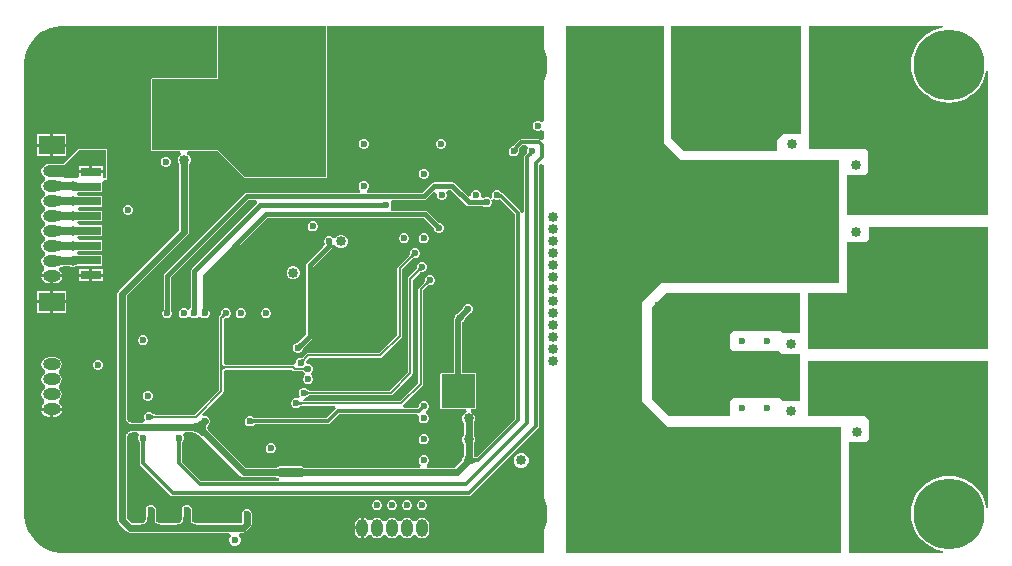
<source format=gbl>
G04*
G04 #@! TF.GenerationSoftware,Altium Limited,Altium Designer,21.0.8 (223)*
G04*
G04 Layer_Physical_Order=4*
G04 Layer_Color=16711680*
%FSLAX25Y25*%
%MOIN*%
G70*
G04*
G04 #@! TF.SameCoordinates,B676E1CA-0217-40F3-8002-BB03906CADE6*
G04*
G04*
G04 #@! TF.FilePolarity,Positive*
G04*
G01*
G75*
%ADD11C,0.00787*%
%ADD15C,0.01181*%
%ADD19R,0.08661X0.06299*%
%ADD20R,0.07087X0.02756*%
G04:AMPARAMS|DCode=37|XSize=236.22mil|YSize=236.22mil|CornerRadius=11.81mil|HoleSize=0mil|Usage=FLASHONLY|Rotation=0.000|XOffset=0mil|YOffset=0mil|HoleType=Round|Shape=RoundedRectangle|*
%AMROUNDEDRECTD37*
21,1,0.23622,0.21260,0,0,0.0*
21,1,0.21260,0.23622,0,0,0.0*
1,1,0.02362,0.10630,-0.10630*
1,1,0.02362,-0.10630,-0.10630*
1,1,0.02362,-0.10630,0.10630*
1,1,0.02362,0.10630,0.10630*
%
%ADD37ROUNDEDRECTD37*%
G04:AMPARAMS|DCode=39|XSize=314.96mil|YSize=236.22mil|CornerRadius=11.81mil|HoleSize=0mil|Usage=FLASHONLY|Rotation=180.000|XOffset=0mil|YOffset=0mil|HoleType=Round|Shape=RoundedRectangle|*
%AMROUNDEDRECTD39*
21,1,0.31496,0.21260,0,0,180.0*
21,1,0.29134,0.23622,0,0,180.0*
1,1,0.02362,-0.14567,0.10630*
1,1,0.02362,0.14567,0.10630*
1,1,0.02362,0.14567,-0.10630*
1,1,0.02362,-0.14567,-0.10630*
%
%ADD39ROUNDEDRECTD39*%
%ADD107C,0.02362*%
%ADD109C,0.01575*%
%ADD110C,0.02756*%
%ADD113O,0.05906X0.03937*%
%ADD114O,0.03937X0.05906*%
%ADD115C,0.03347*%
%ADD116C,0.23622*%
%ADD117C,0.02362*%
%ADD118C,0.01968*%
%ADD119C,0.03150*%
G36*
X174000Y176363D02*
Y144792D01*
X173000Y144377D01*
X172952Y144425D01*
X172334Y144681D01*
X171666D01*
X171048Y144425D01*
X170575Y143952D01*
X170319Y143334D01*
Y142666D01*
X170575Y142048D01*
X171048Y141575D01*
X171666Y141319D01*
X172334D01*
X172952Y141575D01*
X173000Y141623D01*
X174000Y141208D01*
Y138701D01*
X173000Y138357D01*
X172887Y138433D01*
X172500Y138510D01*
X166500D01*
X166113Y138433D01*
X165786Y138214D01*
X164049Y136478D01*
X163851Y136181D01*
X163666D01*
X163048Y135925D01*
X162575Y135452D01*
X162319Y134834D01*
Y134166D01*
X162575Y133548D01*
X163048Y133075D01*
X163666Y132819D01*
X164334D01*
X164952Y133075D01*
X165425Y133548D01*
X165681Y134166D01*
Y134354D01*
X165697Y134377D01*
X165774Y134764D01*
Y135345D01*
X166918Y136490D01*
X168198D01*
X168613Y135490D01*
X168575Y135452D01*
X168319Y134834D01*
Y134166D01*
X168422Y133918D01*
X168421Y133917D01*
X168387Y133863D01*
X168340Y133801D01*
X168280Y133731D01*
X168200Y133647D01*
X168188Y133616D01*
X167786Y133214D01*
X167567Y132887D01*
X167490Y132500D01*
Y114199D01*
X166490Y114100D01*
X166433Y114386D01*
X166214Y114714D01*
X160440Y120488D01*
X160113Y120707D01*
X160019Y120726D01*
X159925Y120952D01*
X159452Y121425D01*
X158834Y121681D01*
X158166D01*
X157548Y121425D01*
X157075Y120952D01*
X156819Y120334D01*
Y119666D01*
X156955Y119336D01*
X156107Y118770D01*
X155952Y118925D01*
X155334Y119181D01*
X154666D01*
X154048Y118925D01*
X153711Y118946D01*
X153192Y119612D01*
X153181Y119666D01*
Y120334D01*
X152925Y120952D01*
X152452Y121425D01*
X151834Y121681D01*
X151166D01*
X150548Y121425D01*
X150075Y120952D01*
X149819Y120334D01*
Y119807D01*
X149440Y119523D01*
X148895Y119317D01*
X144356Y123856D01*
X143963Y124118D01*
X143500Y124211D01*
X143500Y124211D01*
X137500D01*
X137500Y124211D01*
X137037Y124118D01*
X136644Y123856D01*
X136644Y123856D01*
X133499Y120711D01*
X115395D01*
X115211Y121069D01*
X115088Y121711D01*
X115425Y122048D01*
X115681Y122666D01*
Y123334D01*
X115425Y123952D01*
X114952Y124425D01*
X114334Y124681D01*
X113666D01*
X113048Y124425D01*
X112575Y123952D01*
X112319Y123334D01*
Y122666D01*
X112575Y122048D01*
X112912Y121711D01*
X112789Y121069D01*
X112605Y120711D01*
X75000D01*
X75000Y120711D01*
X74537Y120618D01*
X74144Y120356D01*
X47644Y93856D01*
X47381Y93463D01*
X47289Y93000D01*
X47289Y93000D01*
Y82113D01*
X47280Y82090D01*
X47279Y81960D01*
X47272Y81649D01*
X47075Y81452D01*
X46819Y80834D01*
Y80166D01*
X47075Y79548D01*
X47548Y79075D01*
X48166Y78819D01*
X48834D01*
X49452Y79075D01*
X49925Y79548D01*
X50181Y80166D01*
Y80834D01*
X49925Y81452D01*
X49745Y81632D01*
X49720Y82112D01*
X49711Y82131D01*
Y92498D01*
X75502Y118289D01*
X78241D01*
X78550Y117572D01*
X78577Y117289D01*
X56644Y95356D01*
X56381Y94963D01*
X56289Y94500D01*
X56289Y94500D01*
Y82202D01*
X55797Y81859D01*
X55492Y81712D01*
X55376Y81676D01*
X55119Y81758D01*
X54952Y81925D01*
X54334Y82181D01*
X53666D01*
X53048Y81925D01*
X52575Y81452D01*
X52319Y80834D01*
Y80166D01*
X52575Y79548D01*
X53048Y79075D01*
X53666Y78819D01*
X54334D01*
X54952Y79075D01*
X55119Y79242D01*
X55750Y79444D01*
X56381Y79242D01*
X56548Y79075D01*
X57166Y78819D01*
X57834D01*
X58452Y79075D01*
X58619Y79242D01*
X59250Y79444D01*
X59881Y79242D01*
X60048Y79075D01*
X60666Y78819D01*
X61334D01*
X61952Y79075D01*
X62425Y79548D01*
X62681Y80166D01*
Y80834D01*
X62425Y81452D01*
X62245Y81632D01*
X62220Y82112D01*
X62211Y82131D01*
Y92498D01*
X82002Y112289D01*
X133999D01*
X137003Y109285D01*
X137013Y109262D01*
X137105Y109169D01*
X137319Y108944D01*
Y108666D01*
X137575Y108048D01*
X138048Y107575D01*
X138666Y107319D01*
X139334D01*
X139952Y107575D01*
X140425Y108048D01*
X140681Y108666D01*
Y109334D01*
X140425Y109952D01*
X139952Y110425D01*
X139334Y110681D01*
X139080D01*
X138723Y111002D01*
X138703Y111009D01*
X135356Y114356D01*
X134963Y114619D01*
X134500Y114711D01*
X134500Y114711D01*
X123502D01*
X123244Y115085D01*
X122993Y115711D01*
X123181Y116166D01*
Y116834D01*
X122993Y117289D01*
X123244Y117915D01*
X123502Y118289D01*
X134000D01*
X134000Y118289D01*
X134463Y118382D01*
X134856Y118644D01*
X137431Y121219D01*
X137581Y121167D01*
X138319Y120334D01*
Y119666D01*
X138575Y119048D01*
X139048Y118575D01*
X139666Y118319D01*
X140334D01*
X140952Y118575D01*
X141425Y119048D01*
X141681Y119666D01*
Y120334D01*
X141493Y120789D01*
X141744Y121415D01*
X142002Y121789D01*
X142999D01*
X148144Y116644D01*
X148144Y116644D01*
X148537Y116382D01*
X149000Y116289D01*
X153386D01*
X153410Y116280D01*
X153540Y116279D01*
X153851Y116272D01*
X154048Y116075D01*
X154666Y115819D01*
X155334D01*
X155952Y116075D01*
X156425Y116548D01*
X156681Y117166D01*
Y117834D01*
X156545Y118164D01*
X157393Y118730D01*
X157548Y118575D01*
X158166Y118319D01*
X158834D01*
X159452Y118575D01*
X159475Y118597D01*
X164490Y113582D01*
Y45418D01*
X151776Y32704D01*
X150842Y32731D01*
X150612Y32961D01*
Y37039D01*
X150842Y37269D01*
X151173Y38068D01*
Y38932D01*
X150842Y39731D01*
X150612Y39961D01*
Y44039D01*
X150842Y44269D01*
X151173Y45068D01*
Y45932D01*
X150842Y46731D01*
X150231Y47342D01*
X149689Y47567D01*
X149888Y48567D01*
X150698D01*
X151004Y48694D01*
X151357Y49047D01*
X151484Y49354D01*
X151484Y59731D01*
X151484Y60205D01*
X151484Y60205D01*
X151445Y60298D01*
X151438Y60398D01*
X151438Y60398D01*
X151438Y60398D01*
X151384Y60445D01*
X151357Y60511D01*
X151357D01*
X151357Y60511D01*
X151264Y60549D01*
X151188Y60615D01*
X151117Y60610D01*
X151051Y60638D01*
X151051Y60638D01*
X150663Y60638D01*
X146911D01*
Y77558D01*
X146952Y77575D01*
X147425Y78048D01*
X147681Y78666D01*
Y78758D01*
X149159Y80235D01*
X149179D01*
X149796Y80491D01*
X150269Y80964D01*
X150525Y81582D01*
Y82251D01*
X150269Y82869D01*
X149796Y83342D01*
X149179Y83597D01*
X148510D01*
X147892Y83342D01*
X147419Y82869D01*
X147163Y82251D01*
Y82231D01*
X145575Y80644D01*
X145048Y80425D01*
X144575Y79952D01*
X144319Y79334D01*
Y79117D01*
X144196Y78934D01*
X144089Y78394D01*
Y60638D01*
X139949D01*
X139643Y60511D01*
X139516Y60205D01*
Y49000D01*
X139643Y48694D01*
X139949Y48567D01*
X148112Y48567D01*
X148311Y47567D01*
X147769Y47342D01*
X147158Y46731D01*
X146827Y45932D01*
Y45068D01*
X147158Y44269D01*
X147388Y44039D01*
Y39961D01*
X147158Y39731D01*
X146827Y38932D01*
Y38068D01*
X147158Y37269D01*
X147388Y37039D01*
Y32961D01*
X147158Y32731D01*
X146827Y31932D01*
Y31607D01*
X144332Y29112D01*
X135241D01*
X135000Y29916D01*
X134990Y30112D01*
X135425Y30548D01*
X135681Y31166D01*
Y31834D01*
X135425Y32452D01*
X134952Y32925D01*
X134334Y33181D01*
X133666D01*
X133048Y32925D01*
X132575Y32452D01*
X132319Y31834D01*
Y31166D01*
X132575Y30548D01*
X133010Y30112D01*
X133000Y29916D01*
X132759Y29112D01*
X94142D01*
X93770Y29360D01*
X93000Y29513D01*
X86000D01*
X85229Y29360D01*
X84858Y29112D01*
X74668D01*
X62659Y41121D01*
X62658Y41124D01*
X62365Y41440D01*
X62141Y41726D01*
X61976Y41991D01*
X61910Y42136D01*
X61952Y43075D01*
X62425Y43548D01*
X62681Y44166D01*
Y44834D01*
X62425Y45452D01*
X61952Y45925D01*
X61334Y46181D01*
X60740D01*
X60569Y46380D01*
X60226Y47081D01*
X67072Y53928D01*
X67072Y53928D01*
X67248Y54190D01*
X67309Y54500D01*
X67309Y54500D01*
Y61221D01*
X67318Y61234D01*
X68139Y61691D01*
X90165D01*
X90428Y61428D01*
X90428Y61428D01*
X90690Y61252D01*
X91000Y61191D01*
X91000Y61191D01*
X93624D01*
X93661Y61174D01*
X93753Y61170D01*
X93824Y61161D01*
X93893Y61147D01*
X93959Y61127D01*
X94024Y61102D01*
X94060Y61084D01*
X94075Y61048D01*
X94242Y60881D01*
X94444Y60250D01*
X94242Y59619D01*
X94075Y59452D01*
X93819Y58834D01*
Y58166D01*
X94075Y57548D01*
X94548Y57075D01*
X95166Y56819D01*
X95834D01*
X96452Y57075D01*
X96925Y57548D01*
X97181Y58166D01*
Y58834D01*
X96925Y59452D01*
X96758Y59619D01*
X96556Y60250D01*
X96758Y60881D01*
X96925Y61048D01*
X97181Y61666D01*
Y62334D01*
X96925Y62952D01*
X96452Y63425D01*
X95834Y63681D01*
X95605D01*
X95269Y63703D01*
X95097Y63918D01*
X94950Y64144D01*
X94859Y64340D01*
X94794Y64605D01*
X94800Y64614D01*
X94845Y64672D01*
X94908Y64739D01*
X94922Y64777D01*
X95835Y65691D01*
X119500D01*
X119500Y65691D01*
X119810Y65752D01*
X120072Y65928D01*
X126572Y72428D01*
X126572Y72428D01*
X126748Y72690D01*
X126809Y73000D01*
X126809Y73000D01*
Y95165D01*
X130245Y98601D01*
X130284Y98615D01*
X130351Y98678D01*
X130408Y98722D01*
X130466Y98760D01*
X130527Y98793D01*
X130592Y98821D01*
X130629Y98834D01*
X130666Y98819D01*
X131334D01*
X131952Y99075D01*
X132425Y99548D01*
X132681Y100166D01*
Y100834D01*
X132425Y101452D01*
X131952Y101925D01*
X131334Y102181D01*
X130666D01*
X130048Y101925D01*
X129575Y101452D01*
X129319Y100834D01*
Y100166D01*
X129334Y100129D01*
X129321Y100092D01*
X129293Y100028D01*
X129260Y99967D01*
X129222Y99908D01*
X129178Y99851D01*
X129115Y99784D01*
X129101Y99746D01*
X125428Y96072D01*
X125252Y95810D01*
X125191Y95500D01*
X125191Y95500D01*
Y73335D01*
X119165Y67309D01*
X95500D01*
X95190Y67248D01*
X94928Y67072D01*
X93806Y65950D01*
X93769Y65937D01*
X93768Y65935D01*
X93766Y65935D01*
X93699Y65872D01*
X93643Y65829D01*
X93586Y65792D01*
X93527Y65761D01*
X93465Y65736D01*
X93419Y65721D01*
X93334Y65756D01*
X92666D01*
X92048Y65500D01*
X91575Y65027D01*
X91319Y64409D01*
Y64088D01*
X91204Y63898D01*
X90613Y63403D01*
X90415Y63309D01*
X68139D01*
X67318Y63766D01*
X67309Y63779D01*
Y77895D01*
X67666Y78819D01*
X68334D01*
X68952Y79075D01*
X69425Y79548D01*
X69681Y80166D01*
Y80834D01*
X69425Y81452D01*
X68952Y81925D01*
X68334Y82181D01*
X67666D01*
X67048Y81925D01*
X66575Y81452D01*
X66319Y80834D01*
Y80166D01*
X66334Y80129D01*
X66321Y80092D01*
X66293Y80028D01*
X66260Y79966D01*
X66222Y79908D01*
X66178Y79851D01*
X66115Y79784D01*
X66101Y79746D01*
X65928Y79572D01*
X65752Y79310D01*
X65691Y79000D01*
X65691Y79000D01*
Y62598D01*
X65682Y62585D01*
X65691Y62539D01*
Y62461D01*
X65682Y62415D01*
X65691Y62402D01*
Y54835D01*
X57665Y46809D01*
X44376D01*
X44339Y46826D01*
X44247Y46830D01*
X44176Y46839D01*
X44107Y46853D01*
X44041Y46873D01*
X43976Y46898D01*
X43940Y46916D01*
X43925Y46952D01*
X43452Y47425D01*
X42834Y47681D01*
X42166D01*
X41548Y47425D01*
X41075Y46952D01*
X40819Y46334D01*
Y45666D01*
X41075Y45048D01*
X40596Y44112D01*
X37069D01*
X37066Y44113D01*
X36644Y44136D01*
X36300Y44196D01*
X36011Y44293D01*
X35773Y44420D01*
X35579Y44579D01*
X35421Y44773D01*
X35293Y45011D01*
X35196Y45300D01*
X35136Y45644D01*
X35113Y46066D01*
X35112Y46069D01*
Y86332D01*
X55265Y106485D01*
X55614Y107008D01*
X55737Y107625D01*
Y130164D01*
X55967Y130394D01*
X56298Y131193D01*
Y132057D01*
X55967Y132856D01*
X55356Y133467D01*
X55115Y133567D01*
X55314Y134567D01*
X65321D01*
X74194Y125694D01*
X74500Y125567D01*
X101500Y125567D01*
X101806Y125694D01*
X101933Y126000D01*
X101933Y176363D01*
X174000Y176363D01*
D02*
G37*
G36*
X259764Y140327D02*
X254055D01*
X251894Y138165D01*
Y134681D01*
X220819D01*
X216499Y139001D01*
X216504Y176311D01*
X259764Y176311D01*
X259764Y140327D01*
D02*
G37*
G36*
X170342Y133370D02*
X170300Y133353D01*
X170252Y133329D01*
X170199Y133296D01*
X170139Y133255D01*
X170004Y133147D01*
X169845Y133005D01*
X169665Y132829D01*
X168513Y133348D01*
X168601Y133440D01*
X168677Y133529D01*
X168742Y133615D01*
X168796Y133698D01*
X168838Y133779D01*
X168868Y133856D01*
X168887Y133930D01*
X168895Y134001D01*
X168892Y134070D01*
X168877Y134135D01*
X170342Y133370D01*
D02*
G37*
G36*
X101500Y176363D02*
X101500Y126000D01*
X74500Y126000D01*
X65500Y135000D01*
X43500D01*
Y158500D01*
X65500D01*
Y176363D01*
X101500D01*
D02*
G37*
G36*
X154156Y116673D02*
X154142Y116681D01*
X154114Y116687D01*
X154073Y116693D01*
X153951Y116703D01*
X153546Y116712D01*
X153411Y116713D01*
Y118287D01*
X154156Y118327D01*
Y116673D01*
D02*
G37*
G36*
X120657Y115673D02*
X120642Y115681D01*
X120614Y115687D01*
X120573Y115693D01*
X120451Y115703D01*
X120046Y115712D01*
X119911Y115713D01*
Y117287D01*
X120657Y117327D01*
Y115673D01*
D02*
G37*
G36*
X307032Y176363D02*
X307078Y175868D01*
X305150Y175405D01*
X303318Y174646D01*
X301627Y173610D01*
X300119Y172322D01*
X298831Y170814D01*
X297795Y169123D01*
X297036Y167291D01*
X296573Y165363D01*
X296418Y163386D01*
X296573Y161409D01*
X297036Y159481D01*
X297795Y157649D01*
X298831Y155958D01*
X300119Y154450D01*
X301627Y153162D01*
X303318Y152126D01*
X305150Y151367D01*
X307078Y150904D01*
X309055Y150749D01*
X311032Y150904D01*
X312960Y151367D01*
X314792Y152126D01*
X316483Y153162D01*
X317991Y154450D01*
X319279Y155958D01*
X320315Y157649D01*
X321074Y159481D01*
X321537Y161409D01*
X322032Y161363D01*
Y113248D01*
X275236Y113248D01*
Y126673D01*
X280945D01*
X282000Y127728D01*
Y134665D01*
X281417Y135248D01*
X262480D01*
X262480Y176363D01*
X307032D01*
D02*
G37*
G36*
X138988Y110181D02*
X137819Y109012D01*
X137814Y109027D01*
X137799Y109052D01*
X137774Y109085D01*
X137694Y109178D01*
X137415Y109471D01*
X137320Y109567D01*
X138433Y110680D01*
X138988Y110181D01*
D02*
G37*
G36*
X130988Y99319D02*
X130869Y99316D01*
X130754Y99305D01*
X130644Y99287D01*
X130537Y99260D01*
X130435Y99225D01*
X130338Y99183D01*
X130244Y99132D01*
X130155Y99074D01*
X130070Y99007D01*
X129990Y98933D01*
X129433Y99490D01*
X129508Y99570D01*
X129574Y99655D01*
X129632Y99744D01*
X129683Y99838D01*
X129726Y99935D01*
X129760Y100037D01*
X129787Y100144D01*
X129806Y100254D01*
X129816Y100369D01*
X129819Y100488D01*
X130988Y99319D01*
D02*
G37*
G36*
X214000Y176363D02*
X214000Y154933D01*
X214000Y137363D01*
X219611Y131752D01*
X272520D01*
X272520Y109752D01*
X272520Y90748D01*
X213248Y90748D01*
X206854Y84354D01*
Y51146D01*
X215248Y42752D01*
X273020Y42752D01*
Y803D01*
X181500D01*
Y176363D01*
X214000D01*
D02*
G37*
G36*
X322032Y68748D02*
X262118Y68748D01*
Y87252D01*
X275236Y87252D01*
X275236Y104173D01*
X281445Y104173D01*
X282500Y105228D01*
X282500Y109252D01*
X301250Y109252D01*
X322032Y109252D01*
X322032Y68748D01*
D02*
G37*
G36*
X61827Y81344D02*
X60173D01*
X60181Y81358D01*
X60187Y81386D01*
X60193Y81427D01*
X60203Y81549D01*
X60212Y81954D01*
X60213Y82089D01*
X61787D01*
X61827Y81344D01*
D02*
G37*
G36*
X58327D02*
X56673D01*
X56681Y81358D01*
X56687Y81386D01*
X56693Y81427D01*
X56703Y81549D01*
X56712Y81954D01*
X56713Y82089D01*
X58287D01*
X58327Y81344D01*
D02*
G37*
G36*
X49327D02*
X47673D01*
X47681Y81358D01*
X47687Y81386D01*
X47693Y81427D01*
X47703Y81549D01*
X47712Y81954D01*
X47713Y82089D01*
X49287D01*
X49327Y81344D01*
D02*
G37*
G36*
X67988Y79319D02*
X67869Y79316D01*
X67754Y79305D01*
X67644Y79287D01*
X67537Y79260D01*
X67435Y79225D01*
X67338Y79183D01*
X67244Y79132D01*
X67155Y79074D01*
X67070Y79008D01*
X66990Y78933D01*
X66433Y79490D01*
X66508Y79570D01*
X66574Y79655D01*
X66632Y79744D01*
X66683Y79838D01*
X66725Y79935D01*
X66760Y80037D01*
X66787Y80144D01*
X66805Y80254D01*
X66816Y80369D01*
X66819Y80488D01*
X67988Y79319D01*
D02*
G37*
G36*
X259402Y87252D02*
X259402Y73827D01*
X253693D01*
X252827Y74693D01*
X237266D01*
X236000Y73427D01*
X236000Y69020D01*
X237020Y68000D01*
X252500Y68000D01*
X253500Y67000D01*
X259402Y67000D01*
Y51327D01*
X253693D01*
X252827Y52193D01*
X237266D01*
X236000Y50927D01*
X236000Y48588D01*
X236000Y46602D01*
X235647Y46248D01*
X215752Y46248D01*
X210000Y52000D01*
X210000Y82500D01*
X214752Y87252D01*
X259402Y87252D01*
D02*
G37*
G36*
X94590Y65033D02*
X94516Y64953D01*
X94449Y64869D01*
X94390Y64780D01*
X94338Y64687D01*
X94293Y64589D01*
X94256Y64487D01*
X94226Y64380D01*
X94204Y64269D01*
X94188Y64154D01*
X94180Y64034D01*
X93065Y65254D01*
X93183Y65252D01*
X93296Y65258D01*
X93406Y65273D01*
X93512Y65296D01*
X93613Y65328D01*
X93711Y65369D01*
X93804Y65418D01*
X93893Y65475D01*
X93979Y65542D01*
X94060Y65617D01*
X94590Y65033D01*
D02*
G37*
G36*
X66902Y63532D02*
X66925Y63398D01*
X66965Y63279D01*
X67020Y63177D01*
X67090Y63090D01*
X67177Y63020D01*
X67279Y62965D01*
X67398Y62925D01*
X67532Y62902D01*
X67681Y62894D01*
Y62106D01*
X67532Y62098D01*
X67398Y62075D01*
X67279Y62035D01*
X67177Y61980D01*
X67090Y61910D01*
X67020Y61823D01*
X66965Y61721D01*
X66925Y61602D01*
X66902Y61468D01*
X66894Y61319D01*
X66106Y62500D01*
X66894Y63681D01*
X66902Y63532D01*
D02*
G37*
G36*
X94656Y61173D02*
X94570Y61256D01*
X94481Y61329D01*
X94390Y61394D01*
X94296Y61450D01*
X94200Y61498D01*
X94100Y61537D01*
X93999Y61567D01*
X93894Y61589D01*
X93787Y61602D01*
X93678Y61606D01*
Y62394D01*
X93787Y62398D01*
X93894Y62411D01*
X93999Y62433D01*
X94100Y62463D01*
X94200Y62502D01*
X94296Y62550D01*
X94390Y62606D01*
X94481Y62671D01*
X94570Y62744D01*
X94656Y62827D01*
Y61173D01*
D02*
G37*
G36*
X151051Y60205D02*
Y49354D01*
X150698Y49000D01*
X139949Y49000D01*
Y60205D01*
X151051D01*
X151051Y60205D01*
D02*
G37*
G36*
X43430Y46744D02*
X43518Y46671D01*
X43610Y46606D01*
X43704Y46550D01*
X43800Y46502D01*
X43900Y46463D01*
X44001Y46433D01*
X44106Y46411D01*
X44213Y46398D01*
X44322Y46394D01*
Y45606D01*
X44213Y45602D01*
X44106Y45589D01*
X44001Y45567D01*
X43900Y45537D01*
X43800Y45498D01*
X43704Y45450D01*
X43610Y45394D01*
X43518Y45329D01*
X43430Y45256D01*
X43343Y45173D01*
Y46827D01*
X43430Y46744D01*
D02*
G37*
G36*
X61835Y43665D02*
X61631Y43427D01*
X61483Y43179D01*
X61391Y42920D01*
X61357Y42652D01*
X61379Y42374D01*
X61458Y42085D01*
X61594Y41786D01*
X61786Y41478D01*
X62035Y41159D01*
X62341Y40830D01*
X60181Y39649D01*
X59840Y39966D01*
X59485Y40250D01*
X59117Y40500D01*
X58734Y40718D01*
X58338Y40901D01*
X57928Y41052D01*
X57504Y41169D01*
X57066Y41252D01*
X56614Y41302D01*
X56149Y41319D01*
Y43681D01*
X56614Y43698D01*
X57065Y43747D01*
X57502Y43830D01*
X57925Y43946D01*
X58334Y44095D01*
X58728Y44277D01*
X59109Y44492D01*
X59475Y44740D01*
X59827Y45021D01*
X60165Y45335D01*
X61835Y43665D01*
D02*
G37*
G36*
X34705Y45594D02*
X34776Y45193D01*
X34894Y44839D01*
X35059Y44532D01*
X35272Y44272D01*
X35531Y44059D01*
X35839Y43894D01*
X36193Y43776D01*
X36595Y43705D01*
X37043Y43681D01*
Y41319D01*
X36595Y41295D01*
X36193Y41224D01*
X35839Y41106D01*
X35531Y40941D01*
X35272Y40728D01*
X35059Y40468D01*
X34894Y40161D01*
X34776Y39807D01*
X34705Y39406D01*
X34681Y38957D01*
X32319Y42500D01*
X34681Y46043D01*
X34705Y45594D01*
D02*
G37*
G36*
X53282Y38106D02*
X53242Y38047D01*
X53206Y37979D01*
X53176Y37903D01*
X53150Y37819D01*
X53128Y37726D01*
X53112Y37624D01*
X53100Y37514D01*
X53091Y37268D01*
X51910D01*
X51907Y37396D01*
X51888Y37624D01*
X51872Y37726D01*
X51850Y37819D01*
X51824Y37903D01*
X51794Y37979D01*
X51758Y38047D01*
X51718Y38106D01*
X51673Y38157D01*
X53327D01*
X53282Y38106D01*
D02*
G37*
G36*
X41282D02*
X41242Y38047D01*
X41206Y37979D01*
X41176Y37903D01*
X41150Y37819D01*
X41128Y37726D01*
X41112Y37624D01*
X41100Y37514D01*
X41091Y37268D01*
X39909D01*
X39907Y37396D01*
X39888Y37624D01*
X39872Y37726D01*
X39850Y37819D01*
X39824Y37903D01*
X39794Y37979D01*
X39758Y38047D01*
X39718Y38106D01*
X39673Y38157D01*
X41327D01*
X41282Y38106D01*
D02*
G37*
G36*
X150308Y32565D02*
X150429Y32466D01*
X150555Y32379D01*
X150686Y32304D01*
X150821Y32240D01*
X150961Y32188D01*
X151106Y32147D01*
X151255Y32118D01*
X151409Y32101D01*
X151568Y32095D01*
X151571Y30914D01*
X151412Y30908D01*
X151259Y30891D01*
X151109Y30862D01*
X150965Y30821D01*
X150825Y30769D01*
X150690Y30705D01*
X150560Y30629D01*
X150435Y30542D01*
X150314Y30443D01*
X150198Y30332D01*
X150192Y32675D01*
X150308Y32565D01*
D02*
G37*
G36*
X56133Y40886D02*
X56582Y40870D01*
X57001Y40824D01*
X57405Y40747D01*
X57795Y40639D01*
X58172Y40501D01*
X58536Y40332D01*
X58888Y40132D01*
X59228Y39901D01*
X59557Y39638D01*
X59886Y39332D01*
X59890Y39330D01*
X72860Y26360D01*
X73383Y26011D01*
X74000Y25888D01*
X84858D01*
X85229Y25640D01*
X85882Y25510D01*
X85784Y24510D01*
X59918D01*
X53510Y30918D01*
Y37223D01*
X53523Y37252D01*
X53532Y37483D01*
X53541Y37566D01*
X53553Y37643D01*
X53563Y37686D01*
X53925Y38048D01*
X54181Y38666D01*
Y39334D01*
X53925Y39952D01*
X54404Y40888D01*
X56129D01*
X56133Y40886D01*
D02*
G37*
G36*
X322032Y64752D02*
Y15802D01*
X321537Y15756D01*
X321074Y17685D01*
X320315Y19517D01*
X319279Y21208D01*
X317991Y22715D01*
X316483Y24003D01*
X314792Y25039D01*
X312960Y25798D01*
X311032Y26261D01*
X309055Y26417D01*
X307078Y26261D01*
X305150Y25798D01*
X303318Y25039D01*
X301627Y24003D01*
X300119Y22715D01*
X298831Y21208D01*
X297795Y19517D01*
X297036Y17685D01*
X296573Y15756D01*
X296418Y13780D01*
X296573Y11803D01*
X297036Y9874D01*
X297795Y8042D01*
X298831Y6352D01*
X300119Y4843D01*
X301627Y3556D01*
X303318Y2520D01*
X305150Y1761D01*
X307078Y1298D01*
X307032Y803D01*
X275736D01*
Y1465D01*
X275736Y37673D01*
X281445D01*
X282500Y38728D01*
Y44803D01*
X281055Y46248D01*
X262118D01*
Y64752D01*
X322032Y64752D01*
D02*
G37*
G36*
X56205Y12094D02*
X56276Y11693D01*
X56394Y11339D01*
X56559Y11032D01*
X56772Y10772D01*
X57032Y10559D01*
X57339Y10394D01*
X57693Y10276D01*
X58095Y10205D01*
X58543Y10181D01*
X55000Y7819D01*
X51457Y10181D01*
X51906Y10205D01*
X52307Y10276D01*
X52661Y10394D01*
X52969Y10559D01*
X53228Y10772D01*
X53441Y11032D01*
X53606Y11339D01*
X53724Y11693D01*
X53795Y12094D01*
X53819Y12543D01*
X56181D01*
X56205Y12094D01*
D02*
G37*
G36*
X44205D02*
X44276Y11693D01*
X44394Y11339D01*
X44559Y11032D01*
X44772Y10772D01*
X45031Y10559D01*
X45339Y10394D01*
X45693Y10276D01*
X46095Y10205D01*
X46543Y10181D01*
X43000Y7819D01*
X39457Y10181D01*
X39906Y10205D01*
X40307Y10276D01*
X40661Y10394D01*
X40968Y10559D01*
X41228Y10772D01*
X41441Y11032D01*
X41606Y11339D01*
X41724Y11693D01*
X41795Y12094D01*
X41819Y12543D01*
X44181D01*
X44205Y12094D01*
D02*
G37*
G36*
X65067Y176363D02*
Y158933D01*
X43500D01*
X43194Y158806D01*
X43067Y158500D01*
Y135000D01*
X43194Y134694D01*
X43500Y134567D01*
X52936D01*
X53135Y133567D01*
X52894Y133467D01*
X52283Y132856D01*
X51952Y132057D01*
Y131193D01*
X52283Y130394D01*
X52513Y130164D01*
Y108293D01*
X32360Y88140D01*
X32011Y87617D01*
X31888Y87000D01*
Y42500D01*
Y11500D01*
X32011Y10883D01*
X32360Y10360D01*
X34860Y7860D01*
X35383Y7511D01*
X36000Y7388D01*
X69207D01*
X69604Y6388D01*
X69331Y6115D01*
X69032Y5392D01*
Y4608D01*
X69331Y3885D01*
X69885Y3331D01*
X70608Y3032D01*
X71392D01*
X72115Y3331D01*
X72669Y3885D01*
X72969Y4608D01*
Y5392D01*
X72669Y6115D01*
X72396Y6388D01*
X72793Y7388D01*
X73616D01*
X74233Y7511D01*
X74756Y7860D01*
X76140Y9244D01*
X76489Y9767D01*
X76612Y10384D01*
Y12999D01*
X76681Y13166D01*
Y13834D01*
X76425Y14452D01*
X75952Y14925D01*
X75334Y15181D01*
X74666D01*
X74048Y14925D01*
X73575Y14452D01*
X73319Y13834D01*
Y13166D01*
X73388Y12999D01*
Y11051D01*
X72948Y10612D01*
X58569D01*
X58566Y10614D01*
X58144Y10636D01*
X57800Y10696D01*
X57511Y10793D01*
X57273Y10921D01*
X57079Y11079D01*
X56920Y11273D01*
X56793Y11511D01*
X56696Y11800D01*
X56636Y12144D01*
X56613Y12566D01*
X56612Y12569D01*
Y14499D01*
X56681Y14666D01*
Y15334D01*
X56425Y15952D01*
X55952Y16425D01*
X55334Y16681D01*
X54666D01*
X54048Y16425D01*
X53575Y15952D01*
X53319Y15334D01*
Y14666D01*
X53388Y14499D01*
Y12569D01*
X53386Y12566D01*
X53364Y12144D01*
X53304Y11800D01*
X53207Y11511D01*
X53079Y11273D01*
X52921Y11079D01*
X52727Y10921D01*
X52489Y10793D01*
X52200Y10696D01*
X51856Y10636D01*
X51434Y10614D01*
X51431Y10612D01*
X46569D01*
X46566Y10614D01*
X46144Y10636D01*
X45800Y10696D01*
X45511Y10793D01*
X45273Y10921D01*
X45079Y11079D01*
X44921Y11273D01*
X44793Y11511D01*
X44696Y11800D01*
X44636Y12144D01*
X44614Y12566D01*
X44612Y12569D01*
Y14499D01*
X44681Y14666D01*
Y15334D01*
X44425Y15952D01*
X43952Y16425D01*
X43334Y16681D01*
X42666D01*
X42048Y16425D01*
X41575Y15952D01*
X41319Y15334D01*
Y14666D01*
X41388Y14499D01*
Y12569D01*
X41387Y12566D01*
X41364Y12144D01*
X41304Y11800D01*
X41207Y11511D01*
X41080Y11273D01*
X40921Y11079D01*
X40727Y10921D01*
X40489Y10793D01*
X40200Y10696D01*
X39856Y10636D01*
X39434Y10614D01*
X39431Y10612D01*
X36668D01*
X35112Y12168D01*
Y38931D01*
X35113Y38934D01*
X35136Y39356D01*
X35196Y39700D01*
X35293Y39989D01*
X35421Y40227D01*
X35579Y40421D01*
X35773Y40580D01*
X36011Y40707D01*
X36300Y40804D01*
X36644Y40864D01*
X37066Y40887D01*
X37069Y40888D01*
X38596D01*
X39075Y39952D01*
X38819Y39334D01*
Y38666D01*
X39075Y38048D01*
X39437Y37686D01*
X39446Y37643D01*
X39458Y37571D01*
X39474Y37374D01*
X39477Y37260D01*
X39490Y37229D01*
Y30500D01*
X39490Y30500D01*
X39567Y30114D01*
X39786Y29786D01*
X49786Y19786D01*
X50113Y19567D01*
X50500Y19490D01*
X149000D01*
X149387Y19567D01*
X149714Y19786D01*
X172214Y42286D01*
X172433Y42614D01*
X172510Y43000D01*
Y129907D01*
X173019Y130312D01*
X174000Y129876D01*
Y803D01*
X12929D01*
X11242Y1025D01*
X9599Y1465D01*
X8028Y2116D01*
X6555Y2967D01*
X5205Y4002D01*
X4002Y5205D01*
X2967Y6555D01*
X2116Y8028D01*
X1465Y9599D01*
X1025Y11242D01*
X803Y12929D01*
Y13780D01*
X803Y163386D01*
X803Y164236D01*
X1025Y165923D01*
X1465Y167566D01*
X2116Y169138D01*
X2967Y170611D01*
X4002Y171960D01*
X5205Y173163D01*
X6555Y174199D01*
X8028Y175049D01*
X9599Y175700D01*
X11242Y176140D01*
X12929Y176363D01*
X13780D01*
X65067D01*
D02*
G37*
%LPC*%
G36*
X140106Y138681D02*
X139437D01*
X138819Y138425D01*
X138347Y137952D01*
X138091Y137334D01*
Y136666D01*
X138347Y136048D01*
X138819Y135575D01*
X139437Y135319D01*
X140106D01*
X140724Y135575D01*
X141197Y136048D01*
X141453Y136666D01*
Y137334D01*
X141197Y137952D01*
X140724Y138425D01*
X140106Y138681D01*
D02*
G37*
G36*
X114334D02*
X113666D01*
X113048Y138425D01*
X112575Y137952D01*
X112319Y137334D01*
Y136666D01*
X112575Y136048D01*
X113048Y135575D01*
X113666Y135319D01*
X114334D01*
X114952Y135575D01*
X115425Y136048D01*
X115681Y136666D01*
Y137334D01*
X115425Y137952D01*
X114952Y138425D01*
X114334Y138681D01*
D02*
G37*
G36*
X134334Y128681D02*
X133666D01*
X133048Y128425D01*
X132575Y127952D01*
X132319Y127334D01*
Y126666D01*
X132575Y126048D01*
X133048Y125575D01*
X133666Y125319D01*
X134334D01*
X134952Y125575D01*
X135425Y126048D01*
X135681Y126666D01*
Y127334D01*
X135425Y127952D01*
X134952Y128425D01*
X134334Y128681D01*
D02*
G37*
G36*
X97334Y111181D02*
X96666D01*
X96048Y110925D01*
X95575Y110452D01*
X95319Y109834D01*
Y109166D01*
X95575Y108548D01*
X96048Y108075D01*
X96666Y107819D01*
X97334D01*
X97952Y108075D01*
X98425Y108548D01*
X98681Y109166D01*
Y109834D01*
X98425Y110452D01*
X97952Y110925D01*
X97334Y111181D01*
D02*
G37*
G36*
X106932Y106673D02*
X106068D01*
X105269Y106342D01*
X104805Y105879D01*
X104515Y105738D01*
X103596Y105781D01*
X103452Y105925D01*
X102834Y106181D01*
X102166D01*
X101548Y105925D01*
X101075Y105452D01*
X100819Y104834D01*
Y104166D01*
X101075Y103548D01*
X100526Y102738D01*
X95144Y97356D01*
X94881Y96963D01*
X94789Y96500D01*
X94789Y96500D01*
Y73501D01*
X92285Y70997D01*
X92262Y70987D01*
X92169Y70895D01*
X91944Y70681D01*
X91666D01*
X91048Y70425D01*
X90575Y69952D01*
X90319Y69334D01*
Y68666D01*
X90575Y68048D01*
X91048Y67575D01*
X91666Y67319D01*
X92334D01*
X92952Y67575D01*
X93425Y68048D01*
X93681Y68666D01*
Y68920D01*
X94002Y69277D01*
X94009Y69297D01*
X96856Y72144D01*
X96856Y72144D01*
X97119Y72537D01*
X97211Y73000D01*
Y95999D01*
X103205Y101993D01*
X103205Y101993D01*
X103468Y102386D01*
X103560Y102849D01*
Y103183D01*
X103596Y103219D01*
X104515Y103262D01*
X104805Y103121D01*
X105269Y102658D01*
X106068Y102327D01*
X106932D01*
X107731Y102658D01*
X108342Y103269D01*
X108673Y104068D01*
Y104932D01*
X108342Y105731D01*
X107731Y106342D01*
X106932Y106673D01*
D02*
G37*
G36*
X134334Y107181D02*
X133666D01*
X133048Y106925D01*
X132575Y106452D01*
X132319Y105834D01*
Y105166D01*
X132575Y104548D01*
X133048Y104075D01*
X133666Y103819D01*
X134334D01*
X134952Y104075D01*
X135425Y104548D01*
X135681Y105166D01*
Y105834D01*
X135425Y106452D01*
X134952Y106925D01*
X134334Y107181D01*
D02*
G37*
G36*
X127834D02*
X127166D01*
X126548Y106925D01*
X126075Y106452D01*
X125819Y105834D01*
Y105166D01*
X126075Y104548D01*
X126548Y104075D01*
X127166Y103819D01*
X127834D01*
X128452Y104075D01*
X128925Y104548D01*
X129181Y105166D01*
Y105834D01*
X128925Y106452D01*
X128452Y106925D01*
X127834Y107181D01*
D02*
G37*
G36*
X133834Y97681D02*
X133166D01*
X132548Y97425D01*
X132075Y96952D01*
X131819Y96334D01*
Y95666D01*
X131834Y95629D01*
X131821Y95592D01*
X131793Y95527D01*
X131760Y95467D01*
X131722Y95408D01*
X131678Y95351D01*
X131615Y95284D01*
X131601Y95245D01*
X128928Y92572D01*
X128752Y92310D01*
X128691Y92000D01*
X128691Y92000D01*
Y60835D01*
X122665Y54809D01*
X95876D01*
X95839Y54826D01*
X95747Y54830D01*
X95676Y54839D01*
X95607Y54853D01*
X95541Y54873D01*
X95476Y54898D01*
X95440Y54916D01*
X95425Y54952D01*
X94952Y55425D01*
X94334Y55681D01*
X93666D01*
X93048Y55425D01*
X92575Y54952D01*
X92319Y54334D01*
Y53666D01*
X92575Y53048D01*
X92583Y53040D01*
X92723Y52882D01*
X92164Y52045D01*
X91834Y52181D01*
X91166D01*
X90548Y51925D01*
X90075Y51452D01*
X89819Y50834D01*
Y50166D01*
X90075Y49548D01*
X90548Y49075D01*
X91166Y48819D01*
X91834D01*
X92452Y49075D01*
X92925Y49548D01*
X92940Y49584D01*
X92976Y49602D01*
X93041Y49627D01*
X93107Y49647D01*
X93176Y49661D01*
X93247Y49670D01*
X93339Y49674D01*
X93376Y49691D01*
X104447D01*
X104759Y48791D01*
X104762Y48691D01*
X101582Y45510D01*
X77777D01*
X77748Y45523D01*
X77517Y45532D01*
X77434Y45541D01*
X77357Y45553D01*
X77314Y45563D01*
X76952Y45925D01*
X76334Y46181D01*
X75666D01*
X75048Y45925D01*
X74575Y45452D01*
X74319Y44834D01*
Y44166D01*
X74575Y43548D01*
X75048Y43075D01*
X75666Y42819D01*
X76334D01*
X76952Y43075D01*
X77314Y43437D01*
X77357Y43446D01*
X77429Y43458D01*
X77626Y43475D01*
X77740Y43477D01*
X77771Y43490D01*
X102000D01*
X102386Y43567D01*
X102714Y43786D01*
X105918Y46990D01*
X131798D01*
X131812Y46980D01*
X132383Y45990D01*
X132319Y45834D01*
Y45166D01*
X132575Y44548D01*
X133048Y44075D01*
X133666Y43819D01*
X134334D01*
X134952Y44075D01*
X135425Y44548D01*
X135681Y45166D01*
Y45834D01*
X135425Y46452D01*
X134952Y46925D01*
X134871Y46959D01*
Y48041D01*
X134952Y48075D01*
X135425Y48548D01*
X135681Y49166D01*
Y49834D01*
X135425Y50452D01*
X134952Y50925D01*
X134334Y51181D01*
X133666D01*
X133048Y50925D01*
X132575Y50452D01*
X132319Y49834D01*
Y49323D01*
X132295Y49285D01*
X132253Y49226D01*
X132125Y49075D01*
X132062Y49010D01*
X127499D01*
X127195Y49664D01*
X127154Y50010D01*
X133572Y56428D01*
X133572Y56428D01*
X133748Y56690D01*
X133809Y57000D01*
X133809Y57000D01*
Y88165D01*
X135246Y89601D01*
X135284Y89615D01*
X135351Y89678D01*
X135408Y89722D01*
X135467Y89760D01*
X135527Y89793D01*
X135592Y89821D01*
X135629Y89834D01*
X135666Y89819D01*
X136334D01*
X136952Y90075D01*
X137425Y90548D01*
X137681Y91166D01*
Y91834D01*
X137425Y92452D01*
X136952Y92925D01*
X136334Y93181D01*
X135666D01*
X135048Y92925D01*
X134575Y92452D01*
X134319Y91834D01*
Y91166D01*
X134334Y91129D01*
X134321Y91092D01*
X134293Y91027D01*
X134260Y90966D01*
X134222Y90908D01*
X134178Y90851D01*
X134115Y90784D01*
X134101Y90746D01*
X132428Y89072D01*
X132252Y88810D01*
X132191Y88500D01*
X132191Y88500D01*
Y57335D01*
X126165Y51309D01*
X93773D01*
X93767Y51319D01*
X94316Y52319D01*
X94334D01*
X94952Y52575D01*
X95425Y53048D01*
X95440Y53084D01*
X95476Y53102D01*
X95541Y53127D01*
X95607Y53147D01*
X95676Y53161D01*
X95747Y53170D01*
X95839Y53174D01*
X95876Y53191D01*
X123000D01*
X123000Y53191D01*
X123310Y53252D01*
X123572Y53428D01*
X130072Y59928D01*
X130072Y59928D01*
X130248Y60190D01*
X130309Y60500D01*
X130309Y60500D01*
Y91665D01*
X132746Y94101D01*
X132784Y94115D01*
X132851Y94178D01*
X132908Y94222D01*
X132966Y94260D01*
X133027Y94293D01*
X133092Y94321D01*
X133129Y94334D01*
X133166Y94319D01*
X133834D01*
X134452Y94575D01*
X134925Y95048D01*
X135181Y95666D01*
Y96334D01*
X134925Y96952D01*
X134452Y97425D01*
X133834Y97681D01*
D02*
G37*
G36*
X90932Y96173D02*
X90068D01*
X89269Y95842D01*
X88658Y95231D01*
X88327Y94432D01*
Y93568D01*
X88658Y92769D01*
X89269Y92158D01*
X90068Y91827D01*
X90932D01*
X91731Y92158D01*
X92342Y92769D01*
X92673Y93568D01*
Y94432D01*
X92342Y95231D01*
X91731Y95842D01*
X90932Y96173D01*
D02*
G37*
G36*
X81834Y82181D02*
X81166D01*
X80548Y81925D01*
X80075Y81452D01*
X79819Y80834D01*
Y80166D01*
X80075Y79548D01*
X80548Y79075D01*
X81166Y78819D01*
X81834D01*
X82452Y79075D01*
X82925Y79548D01*
X83181Y80166D01*
Y80834D01*
X82925Y81452D01*
X82452Y81925D01*
X81834Y82181D01*
D02*
G37*
G36*
X73334D02*
X72666D01*
X72048Y81925D01*
X71575Y81452D01*
X71319Y80834D01*
Y80166D01*
X71575Y79548D01*
X72048Y79075D01*
X72666Y78819D01*
X73334D01*
X73952Y79075D01*
X74425Y79548D01*
X74681Y80166D01*
Y80834D01*
X74425Y81452D01*
X73952Y81925D01*
X73334Y82181D01*
D02*
G37*
G36*
X40834Y73181D02*
X40166D01*
X39548Y72925D01*
X39075Y72452D01*
X38819Y71834D01*
Y71166D01*
X39075Y70548D01*
X39548Y70075D01*
X40166Y69819D01*
X40834D01*
X41452Y70075D01*
X41925Y70548D01*
X42181Y71166D01*
Y71834D01*
X41925Y72452D01*
X41452Y72925D01*
X40834Y73181D01*
D02*
G37*
G36*
X42334Y54681D02*
X41666D01*
X41048Y54425D01*
X40575Y53952D01*
X40319Y53334D01*
Y52666D01*
X40575Y52048D01*
X41048Y51575D01*
X41666Y51319D01*
X42334D01*
X42952Y51575D01*
X43425Y52048D01*
X43681Y52666D01*
Y53334D01*
X43425Y53952D01*
X42952Y54425D01*
X42334Y54681D01*
D02*
G37*
G36*
X134334Y40181D02*
X133666D01*
X133048Y39925D01*
X132575Y39452D01*
X132319Y38834D01*
Y38166D01*
X132575Y37548D01*
X133048Y37075D01*
X133666Y36819D01*
X134334D01*
X134952Y37075D01*
X135425Y37548D01*
X135681Y38166D01*
Y38834D01*
X135425Y39452D01*
X134952Y39925D01*
X134334Y40181D01*
D02*
G37*
G36*
X83334Y37181D02*
X82666D01*
X82048Y36925D01*
X81575Y36452D01*
X81319Y35834D01*
Y35166D01*
X81575Y34548D01*
X82048Y34075D01*
X82666Y33819D01*
X83334D01*
X83952Y34075D01*
X84425Y34548D01*
X84681Y35166D01*
Y35834D01*
X84425Y36452D01*
X83952Y36925D01*
X83334Y37181D01*
D02*
G37*
%LPD*%
G36*
X93680Y69567D02*
X93181Y69012D01*
X92012Y70181D01*
X92027Y70186D01*
X92052Y70201D01*
X92085Y70226D01*
X92178Y70306D01*
X92471Y70585D01*
X92567Y70680D01*
X93680Y69567D01*
D02*
G37*
G36*
X133488Y94819D02*
X133369Y94816D01*
X133254Y94806D01*
X133144Y94787D01*
X133037Y94760D01*
X132935Y94726D01*
X132838Y94683D01*
X132744Y94632D01*
X132655Y94574D01*
X132570Y94507D01*
X132490Y94433D01*
X131933Y94990D01*
X132008Y95070D01*
X132074Y95155D01*
X132132Y95244D01*
X132183Y95338D01*
X132226Y95435D01*
X132260Y95537D01*
X132287Y95644D01*
X132306Y95754D01*
X132316Y95869D01*
X132319Y95988D01*
X133488Y94819D01*
D02*
G37*
G36*
X135988Y90319D02*
X135869Y90316D01*
X135754Y90306D01*
X135644Y90287D01*
X135537Y90260D01*
X135435Y90225D01*
X135338Y90183D01*
X135244Y90132D01*
X135155Y90074D01*
X135070Y90008D01*
X134990Y89933D01*
X134433Y90490D01*
X134508Y90570D01*
X134574Y90655D01*
X134632Y90744D01*
X134683Y90838D01*
X134725Y90935D01*
X134760Y91037D01*
X134787Y91144D01*
X134806Y91254D01*
X134816Y91369D01*
X134819Y91488D01*
X135988Y90319D01*
D02*
G37*
G36*
X94930Y54744D02*
X95019Y54671D01*
X95110Y54606D01*
X95204Y54550D01*
X95300Y54502D01*
X95400Y54463D01*
X95501Y54433D01*
X95606Y54411D01*
X95713Y54398D01*
X95822Y54394D01*
Y53606D01*
X95713Y53602D01*
X95606Y53589D01*
X95501Y53567D01*
X95400Y53537D01*
X95300Y53498D01*
X95204Y53450D01*
X95110Y53394D01*
X95019Y53329D01*
X94930Y53255D01*
X94844Y53173D01*
Y54827D01*
X94930Y54744D01*
D02*
G37*
G36*
X92430Y51244D02*
X92519Y51171D01*
X92610Y51106D01*
X92704Y51050D01*
X92800Y51002D01*
X92900Y50963D01*
X93001Y50933D01*
X93106Y50911D01*
X93213Y50898D01*
X93322Y50894D01*
Y50106D01*
X93213Y50102D01*
X93106Y50089D01*
X93001Y50067D01*
X92900Y50037D01*
X92800Y49998D01*
X92704Y49950D01*
X92610Y49894D01*
X92519Y49829D01*
X92430Y49755D01*
X92343Y49673D01*
Y51327D01*
X92430Y51244D01*
D02*
G37*
G36*
X133988Y48319D02*
X133921Y48315D01*
X133851Y48302D01*
X133778Y48279D01*
X133702Y48247D01*
X133624Y48205D01*
X133543Y48155D01*
X133460Y48094D01*
X133374Y48025D01*
X133193Y47858D01*
X132358Y48693D01*
X132446Y48785D01*
X132595Y48960D01*
X132655Y49043D01*
X132705Y49124D01*
X132747Y49202D01*
X132779Y49278D01*
X132802Y49351D01*
X132815Y49421D01*
X132819Y49488D01*
X133988Y48319D01*
D02*
G37*
G36*
X76894Y45282D02*
X76953Y45242D01*
X77021Y45206D01*
X77097Y45176D01*
X77181Y45150D01*
X77274Y45128D01*
X77376Y45112D01*
X77486Y45100D01*
X77732Y45091D01*
Y43909D01*
X77605Y43907D01*
X77376Y43888D01*
X77274Y43872D01*
X77181Y43850D01*
X77097Y43824D01*
X77021Y43794D01*
X76953Y43758D01*
X76894Y43718D01*
X76844Y43673D01*
Y45327D01*
X76894Y45282D01*
D02*
G37*
%LPC*%
G36*
X249000Y174616D02*
Y173000D01*
X250616D01*
X250547Y173348D01*
X250067Y174067D01*
X249348Y174547D01*
X249000Y174616D01*
D02*
G37*
G36*
X248000D02*
X247652Y174547D01*
X246933Y174067D01*
X246453Y173348D01*
X246384Y173000D01*
X248000D01*
Y174616D01*
D02*
G37*
G36*
X241000D02*
Y173000D01*
X242616D01*
X242547Y173348D01*
X242067Y174067D01*
X241348Y174547D01*
X241000Y174616D01*
D02*
G37*
G36*
X240000D02*
X239652Y174547D01*
X238933Y174067D01*
X238453Y173348D01*
X238384Y173000D01*
X240000D01*
Y174616D01*
D02*
G37*
G36*
X233000D02*
Y173000D01*
X234616D01*
X234547Y173348D01*
X234067Y174067D01*
X233348Y174547D01*
X233000Y174616D01*
D02*
G37*
G36*
X232000D02*
X231652Y174547D01*
X230933Y174067D01*
X230453Y173348D01*
X230384Y173000D01*
X232000D01*
Y174616D01*
D02*
G37*
G36*
X250616Y172000D02*
X249000D01*
Y170384D01*
X249348Y170453D01*
X250067Y170933D01*
X250547Y171652D01*
X250616Y172000D01*
D02*
G37*
G36*
X248000D02*
X246384D01*
X246453Y171652D01*
X246933Y170933D01*
X247652Y170453D01*
X248000Y170384D01*
Y172000D01*
D02*
G37*
G36*
X242616D02*
X241000D01*
Y170384D01*
X241348Y170453D01*
X242067Y170933D01*
X242547Y171652D01*
X242616Y172000D01*
D02*
G37*
G36*
X240000D02*
X238384D01*
X238453Y171652D01*
X238933Y170933D01*
X239652Y170453D01*
X240000Y170384D01*
Y172000D01*
D02*
G37*
G36*
X234616D02*
X233000D01*
Y170384D01*
X233348Y170453D01*
X234067Y170933D01*
X234547Y171652D01*
X234616Y172000D01*
D02*
G37*
G36*
X232000D02*
X230384D01*
X230453Y171652D01*
X230933Y170933D01*
X231652Y170453D01*
X232000Y170384D01*
Y172000D01*
D02*
G37*
G36*
X249000Y166616D02*
Y165000D01*
X250616D01*
X250547Y165348D01*
X250067Y166067D01*
X249348Y166547D01*
X249000Y166616D01*
D02*
G37*
G36*
X248000D02*
X247652Y166547D01*
X246933Y166067D01*
X246453Y165348D01*
X246384Y165000D01*
X248000D01*
Y166616D01*
D02*
G37*
G36*
X241000D02*
Y165000D01*
X242616D01*
X242547Y165348D01*
X242067Y166067D01*
X241348Y166547D01*
X241000Y166616D01*
D02*
G37*
G36*
X240000D02*
X239652Y166547D01*
X238933Y166067D01*
X238453Y165348D01*
X238384Y165000D01*
X240000D01*
Y166616D01*
D02*
G37*
G36*
X233000D02*
Y165000D01*
X234616D01*
X234547Y165348D01*
X234067Y166067D01*
X233348Y166547D01*
X233000Y166616D01*
D02*
G37*
G36*
X232000D02*
X231652Y166547D01*
X230933Y166067D01*
X230453Y165348D01*
X230384Y165000D01*
X232000D01*
Y166616D01*
D02*
G37*
G36*
X250616Y164000D02*
X249000D01*
Y162384D01*
X249348Y162453D01*
X250067Y162933D01*
X250547Y163652D01*
X250616Y164000D01*
D02*
G37*
G36*
X248000D02*
X246384D01*
X246453Y163652D01*
X246933Y162933D01*
X247652Y162453D01*
X248000Y162384D01*
Y164000D01*
D02*
G37*
G36*
X242616D02*
X241000D01*
Y162384D01*
X241348Y162453D01*
X242067Y162933D01*
X242547Y163652D01*
X242616Y164000D01*
D02*
G37*
G36*
X240000D02*
X238384D01*
X238453Y163652D01*
X238933Y162933D01*
X239652Y162453D01*
X240000Y162384D01*
Y164000D01*
D02*
G37*
G36*
X234616D02*
X233000D01*
Y162384D01*
X233348Y162453D01*
X234067Y162933D01*
X234547Y163652D01*
X234616Y164000D01*
D02*
G37*
G36*
X232000D02*
X230384D01*
X230453Y163652D01*
X230933Y162933D01*
X231652Y162453D01*
X232000Y162384D01*
Y164000D01*
D02*
G37*
G36*
X249000Y158616D02*
Y157000D01*
X250616D01*
X250547Y157348D01*
X250067Y158067D01*
X249348Y158547D01*
X249000Y158616D01*
D02*
G37*
G36*
X248000D02*
X247652Y158547D01*
X246933Y158067D01*
X246453Y157348D01*
X246384Y157000D01*
X248000D01*
Y158616D01*
D02*
G37*
G36*
X241000D02*
Y157000D01*
X242616D01*
X242547Y157348D01*
X242067Y158067D01*
X241348Y158547D01*
X241000Y158616D01*
D02*
G37*
G36*
X240000D02*
X239652Y158547D01*
X238933Y158067D01*
X238453Y157348D01*
X238384Y157000D01*
X240000D01*
Y158616D01*
D02*
G37*
G36*
X233000D02*
Y157000D01*
X234616D01*
X234547Y157348D01*
X234067Y158067D01*
X233348Y158547D01*
X233000Y158616D01*
D02*
G37*
G36*
X232000D02*
X231652Y158547D01*
X230933Y158067D01*
X230453Y157348D01*
X230384Y157000D01*
X232000D01*
Y158616D01*
D02*
G37*
G36*
X250616Y156000D02*
X249000D01*
Y154384D01*
X249348Y154453D01*
X250067Y154933D01*
X250547Y155652D01*
X250616Y156000D01*
D02*
G37*
G36*
X248000D02*
X246384D01*
X246453Y155652D01*
X246933Y154933D01*
X247652Y154453D01*
X248000Y154384D01*
Y156000D01*
D02*
G37*
G36*
X242616D02*
X241000D01*
Y154384D01*
X241348Y154453D01*
X242067Y154933D01*
X242547Y155652D01*
X242616Y156000D01*
D02*
G37*
G36*
X240000D02*
X238384D01*
X238453Y155652D01*
X238933Y154933D01*
X239652Y154453D01*
X240000Y154384D01*
Y156000D01*
D02*
G37*
G36*
X234616D02*
X233000D01*
Y154384D01*
X233348Y154453D01*
X234067Y154933D01*
X234547Y155652D01*
X234616Y156000D01*
D02*
G37*
G36*
X232000D02*
X230384D01*
X230453Y155652D01*
X230933Y154933D01*
X231652Y154453D01*
X232000Y154384D01*
Y156000D01*
D02*
G37*
G36*
X307500Y139616D02*
Y138000D01*
X309116D01*
X309047Y138348D01*
X308567Y139067D01*
X307848Y139547D01*
X307500Y139616D01*
D02*
G37*
G36*
X299500D02*
Y138000D01*
X301116D01*
X301047Y138348D01*
X300567Y139067D01*
X299848Y139547D01*
X299500Y139616D01*
D02*
G37*
G36*
X315500D02*
Y138000D01*
X317116D01*
X317047Y138348D01*
X316567Y139067D01*
X315848Y139547D01*
X315500Y139616D01*
D02*
G37*
G36*
X291500D02*
Y138000D01*
X293116D01*
X293047Y138348D01*
X292567Y139067D01*
X291848Y139547D01*
X291500Y139616D01*
D02*
G37*
G36*
X306500Y139616D02*
X306152Y139547D01*
X305433Y139067D01*
X304953Y138348D01*
X304884Y138000D01*
X306500D01*
Y139616D01*
D02*
G37*
G36*
X298500D02*
X298152Y139547D01*
X297433Y139067D01*
X296953Y138348D01*
X296884Y138000D01*
X298500D01*
Y139616D01*
D02*
G37*
G36*
X314500D02*
X314152Y139547D01*
X313433Y139067D01*
X312953Y138348D01*
X312884Y138000D01*
X314500D01*
Y139616D01*
D02*
G37*
G36*
X290500D02*
X290152Y139547D01*
X289433Y139067D01*
X288953Y138348D01*
X288884Y138000D01*
X290500D01*
Y139616D01*
D02*
G37*
G36*
X317116Y137000D02*
X315500D01*
Y135384D01*
X315848Y135453D01*
X316567Y135933D01*
X317047Y136652D01*
X317116Y137000D01*
D02*
G37*
G36*
X309116D02*
X307500D01*
Y135384D01*
X307848Y135453D01*
X308567Y135933D01*
X309047Y136652D01*
X309116Y137000D01*
D02*
G37*
G36*
X301116D02*
X299500D01*
Y135384D01*
X299848Y135453D01*
X300567Y135933D01*
X301047Y136652D01*
X301116Y137000D01*
D02*
G37*
G36*
X293116D02*
X291500D01*
Y135384D01*
X291848Y135453D01*
X292567Y135933D01*
X293047Y136652D01*
X293116Y137000D01*
D02*
G37*
G36*
X314500D02*
X312884D01*
X312953Y136652D01*
X313433Y135933D01*
X314152Y135453D01*
X314500Y135384D01*
Y137000D01*
D02*
G37*
G36*
X306500D02*
X304884D01*
X304953Y136652D01*
X305433Y135933D01*
X306152Y135453D01*
X306500Y135384D01*
Y137000D01*
D02*
G37*
G36*
X298500D02*
X296884D01*
X296953Y136652D01*
X297433Y135933D01*
X298152Y135453D01*
X298500Y135384D01*
Y137000D01*
D02*
G37*
G36*
X290500D02*
X288884D01*
X288953Y136652D01*
X289433Y135933D01*
X290152Y135453D01*
X290500Y135384D01*
Y137000D01*
D02*
G37*
G36*
X307500Y131616D02*
Y130000D01*
X309116D01*
X309047Y130348D01*
X308567Y131067D01*
X307848Y131547D01*
X307500Y131616D01*
D02*
G37*
G36*
X299500D02*
Y130000D01*
X301116D01*
X301047Y130348D01*
X300567Y131067D01*
X299848Y131547D01*
X299500Y131616D01*
D02*
G37*
G36*
X315500D02*
Y130000D01*
X317116D01*
X317047Y130348D01*
X316567Y131067D01*
X315848Y131547D01*
X315500Y131616D01*
D02*
G37*
G36*
X291500D02*
Y130000D01*
X293116D01*
X293047Y130348D01*
X292567Y131067D01*
X291848Y131547D01*
X291500Y131616D01*
D02*
G37*
G36*
X306500Y131616D02*
X306152Y131547D01*
X305433Y131067D01*
X304953Y130348D01*
X304884Y130000D01*
X306500D01*
Y131616D01*
D02*
G37*
G36*
X298500D02*
X298152Y131547D01*
X297433Y131067D01*
X296953Y130348D01*
X296884Y130000D01*
X298500D01*
Y131616D01*
D02*
G37*
G36*
X314500D02*
X314152Y131547D01*
X313433Y131067D01*
X312953Y130348D01*
X312884Y130000D01*
X314500D01*
Y131616D01*
D02*
G37*
G36*
X290500D02*
X290152Y131547D01*
X289433Y131067D01*
X288953Y130348D01*
X288884Y130000D01*
X290500D01*
Y131616D01*
D02*
G37*
G36*
X317116Y129000D02*
X315500D01*
Y127384D01*
X315848Y127453D01*
X316567Y127933D01*
X317047Y128652D01*
X317116Y129000D01*
D02*
G37*
G36*
X309116D02*
X307500D01*
Y127384D01*
X307848Y127453D01*
X308567Y127933D01*
X309047Y128652D01*
X309116Y129000D01*
D02*
G37*
G36*
X301116D02*
X299500D01*
Y127384D01*
X299848Y127453D01*
X300567Y127933D01*
X301047Y128652D01*
X301116Y129000D01*
D02*
G37*
G36*
X293116D02*
X291500D01*
Y127384D01*
X291848Y127453D01*
X292567Y127933D01*
X293047Y128652D01*
X293116Y129000D01*
D02*
G37*
G36*
X314500D02*
X312884D01*
X312953Y128652D01*
X313433Y127933D01*
X314152Y127453D01*
X314500Y127384D01*
Y129000D01*
D02*
G37*
G36*
X306500D02*
X304884D01*
X304953Y128652D01*
X305433Y127933D01*
X306152Y127453D01*
X306500Y127384D01*
Y129000D01*
D02*
G37*
G36*
X298500D02*
X296884D01*
X296953Y128652D01*
X297433Y127933D01*
X298152Y127453D01*
X298500Y127384D01*
Y129000D01*
D02*
G37*
G36*
X290500D02*
X288884D01*
X288953Y128652D01*
X289433Y127933D01*
X290152Y127453D01*
X290500Y127384D01*
Y129000D01*
D02*
G37*
G36*
X307500Y123616D02*
Y122000D01*
X309116D01*
X309047Y122348D01*
X308567Y123067D01*
X307848Y123547D01*
X307500Y123616D01*
D02*
G37*
G36*
X299500D02*
Y122000D01*
X301116D01*
X301047Y122348D01*
X300567Y123067D01*
X299848Y123547D01*
X299500Y123616D01*
D02*
G37*
G36*
X315500D02*
Y122000D01*
X317116D01*
X317047Y122348D01*
X316567Y123067D01*
X315848Y123547D01*
X315500Y123616D01*
D02*
G37*
G36*
X291500D02*
Y122000D01*
X293116D01*
X293047Y122348D01*
X292567Y123067D01*
X291848Y123547D01*
X291500Y123616D01*
D02*
G37*
G36*
X306500Y123616D02*
X306152Y123547D01*
X305433Y123067D01*
X304953Y122348D01*
X304884Y122000D01*
X306500D01*
Y123616D01*
D02*
G37*
G36*
X298500D02*
X298152Y123547D01*
X297433Y123067D01*
X296953Y122348D01*
X296884Y122000D01*
X298500D01*
Y123616D01*
D02*
G37*
G36*
X314500D02*
X314152Y123547D01*
X313433Y123067D01*
X312953Y122348D01*
X312884Y122000D01*
X314500D01*
Y123616D01*
D02*
G37*
G36*
X290500D02*
X290152Y123547D01*
X289433Y123067D01*
X288953Y122348D01*
X288884Y122000D01*
X290500D01*
Y123616D01*
D02*
G37*
G36*
X317116Y121000D02*
X315500D01*
Y119384D01*
X315848Y119453D01*
X316567Y119933D01*
X317047Y120652D01*
X317116Y121000D01*
D02*
G37*
G36*
X309116D02*
X307500D01*
Y119384D01*
X307848Y119453D01*
X308567Y119933D01*
X309047Y120652D01*
X309116Y121000D01*
D02*
G37*
G36*
X301116D02*
X299500D01*
Y119384D01*
X299848Y119453D01*
X300567Y119933D01*
X301047Y120652D01*
X301116Y121000D01*
D02*
G37*
G36*
X293116D02*
X291500D01*
Y119384D01*
X291848Y119453D01*
X292567Y119933D01*
X293047Y120652D01*
X293116Y121000D01*
D02*
G37*
G36*
X314500D02*
X312884D01*
X312953Y120652D01*
X313433Y119933D01*
X314152Y119453D01*
X314500Y119384D01*
Y121000D01*
D02*
G37*
G36*
X306500D02*
X304884D01*
X304953Y120652D01*
X305433Y119933D01*
X306152Y119453D01*
X306500Y119384D01*
Y121000D01*
D02*
G37*
G36*
X298500D02*
X296884D01*
X296953Y120652D01*
X297433Y119933D01*
X298152Y119453D01*
X298500Y119384D01*
Y121000D01*
D02*
G37*
G36*
X290500D02*
X288884D01*
X288953Y120652D01*
X289433Y119933D01*
X290152Y119453D01*
X290500Y119384D01*
Y121000D01*
D02*
G37*
G36*
X210000Y174616D02*
Y173000D01*
X211616D01*
X211547Y173348D01*
X211067Y174067D01*
X210348Y174547D01*
X210000Y174616D01*
D02*
G37*
G36*
X209000D02*
X208652Y174547D01*
X207933Y174067D01*
X207453Y173348D01*
X207384Y173000D01*
X209000D01*
Y174616D01*
D02*
G37*
G36*
X202000D02*
Y173000D01*
X203616D01*
X203547Y173348D01*
X203067Y174067D01*
X202348Y174547D01*
X202000Y174616D01*
D02*
G37*
G36*
X201000D02*
X200652Y174547D01*
X199933Y174067D01*
X199453Y173348D01*
X199384Y173000D01*
X201000D01*
Y174616D01*
D02*
G37*
G36*
X194000D02*
Y173000D01*
X195616D01*
X195547Y173348D01*
X195067Y174067D01*
X194348Y174547D01*
X194000Y174616D01*
D02*
G37*
G36*
X193000D02*
X192652Y174547D01*
X191933Y174067D01*
X191453Y173348D01*
X191384Y173000D01*
X193000D01*
Y174616D01*
D02*
G37*
G36*
X211616Y172000D02*
X210000D01*
Y170384D01*
X210348Y170453D01*
X211067Y170933D01*
X211547Y171652D01*
X211616Y172000D01*
D02*
G37*
G36*
X209000D02*
X207384D01*
X207453Y171652D01*
X207933Y170933D01*
X208652Y170453D01*
X209000Y170384D01*
Y172000D01*
D02*
G37*
G36*
X203616D02*
X202000D01*
Y170384D01*
X202348Y170453D01*
X203067Y170933D01*
X203547Y171652D01*
X203616Y172000D01*
D02*
G37*
G36*
X201000D02*
X199384D01*
X199453Y171652D01*
X199933Y170933D01*
X200652Y170453D01*
X201000Y170384D01*
Y172000D01*
D02*
G37*
G36*
X195616D02*
X194000D01*
Y170384D01*
X194348Y170453D01*
X195067Y170933D01*
X195547Y171652D01*
X195616Y172000D01*
D02*
G37*
G36*
X193000D02*
X191384D01*
X191453Y171652D01*
X191933Y170933D01*
X192652Y170453D01*
X193000Y170384D01*
Y172000D01*
D02*
G37*
G36*
X210000Y166616D02*
Y165000D01*
X211616D01*
X211547Y165348D01*
X211067Y166067D01*
X210348Y166547D01*
X210000Y166616D01*
D02*
G37*
G36*
X209000D02*
X208652Y166547D01*
X207933Y166067D01*
X207453Y165348D01*
X207384Y165000D01*
X209000D01*
Y166616D01*
D02*
G37*
G36*
X202000D02*
Y165000D01*
X203616D01*
X203547Y165348D01*
X203067Y166067D01*
X202348Y166547D01*
X202000Y166616D01*
D02*
G37*
G36*
X201000D02*
X200652Y166547D01*
X199933Y166067D01*
X199453Y165348D01*
X199384Y165000D01*
X201000D01*
Y166616D01*
D02*
G37*
G36*
X194000D02*
Y165000D01*
X195616D01*
X195547Y165348D01*
X195067Y166067D01*
X194348Y166547D01*
X194000Y166616D01*
D02*
G37*
G36*
X193000D02*
X192652Y166547D01*
X191933Y166067D01*
X191453Y165348D01*
X191384Y165000D01*
X193000D01*
Y166616D01*
D02*
G37*
G36*
X211616Y164000D02*
X210000D01*
Y162384D01*
X210348Y162453D01*
X211067Y162933D01*
X211547Y163652D01*
X211616Y164000D01*
D02*
G37*
G36*
X209000D02*
X207384D01*
X207453Y163652D01*
X207933Y162933D01*
X208652Y162453D01*
X209000Y162384D01*
Y164000D01*
D02*
G37*
G36*
X203616D02*
X202000D01*
Y162384D01*
X202348Y162453D01*
X203067Y162933D01*
X203547Y163652D01*
X203616Y164000D01*
D02*
G37*
G36*
X201000D02*
X199384D01*
X199453Y163652D01*
X199933Y162933D01*
X200652Y162453D01*
X201000Y162384D01*
Y164000D01*
D02*
G37*
G36*
X195616D02*
X194000D01*
Y162384D01*
X194348Y162453D01*
X195067Y162933D01*
X195547Y163652D01*
X195616Y164000D01*
D02*
G37*
G36*
X193000D02*
X191384D01*
X191453Y163652D01*
X191933Y162933D01*
X192652Y162453D01*
X193000Y162384D01*
Y164000D01*
D02*
G37*
G36*
X210000Y158616D02*
Y157000D01*
X211616D01*
X211547Y157348D01*
X211067Y158067D01*
X210348Y158547D01*
X210000Y158616D01*
D02*
G37*
G36*
X209000D02*
X208652Y158547D01*
X207933Y158067D01*
X207453Y157348D01*
X207384Y157000D01*
X209000D01*
Y158616D01*
D02*
G37*
G36*
X202000D02*
Y157000D01*
X203616D01*
X203547Y157348D01*
X203067Y158067D01*
X202348Y158547D01*
X202000Y158616D01*
D02*
G37*
G36*
X201000D02*
X200652Y158547D01*
X199933Y158067D01*
X199453Y157348D01*
X199384Y157000D01*
X201000D01*
Y158616D01*
D02*
G37*
G36*
X194000D02*
Y157000D01*
X195616D01*
X195547Y157348D01*
X195067Y158067D01*
X194348Y158547D01*
X194000Y158616D01*
D02*
G37*
G36*
X193000D02*
X192652Y158547D01*
X191933Y158067D01*
X191453Y157348D01*
X191384Y157000D01*
X193000D01*
Y158616D01*
D02*
G37*
G36*
X211616Y156000D02*
X210000D01*
Y154384D01*
X210348Y154453D01*
X211067Y154933D01*
X211547Y155652D01*
X211616Y156000D01*
D02*
G37*
G36*
X209000D02*
X207384D01*
X207453Y155652D01*
X207933Y154933D01*
X208652Y154453D01*
X209000Y154384D01*
Y156000D01*
D02*
G37*
G36*
X203616D02*
X202000D01*
Y154384D01*
X202348Y154453D01*
X203067Y154933D01*
X203547Y155652D01*
X203616Y156000D01*
D02*
G37*
G36*
X201000D02*
X199384D01*
X199453Y155652D01*
X199933Y154933D01*
X200652Y154453D01*
X201000Y154384D01*
Y156000D01*
D02*
G37*
G36*
X195616D02*
X194000D01*
Y154384D01*
X194348Y154453D01*
X195067Y154933D01*
X195547Y155652D01*
X195616Y156000D01*
D02*
G37*
G36*
X193000D02*
X191384D01*
X191453Y155652D01*
X191933Y154933D01*
X192652Y154453D01*
X193000Y154384D01*
Y156000D01*
D02*
G37*
G36*
X307500Y98616D02*
Y97000D01*
X309116D01*
X309047Y97348D01*
X308567Y98067D01*
X307848Y98547D01*
X307500Y98616D01*
D02*
G37*
G36*
X299500D02*
Y97000D01*
X301116D01*
X301047Y97348D01*
X300567Y98067D01*
X299848Y98547D01*
X299500Y98616D01*
D02*
G37*
G36*
X315500D02*
Y97000D01*
X317116D01*
X317047Y97348D01*
X316567Y98067D01*
X315848Y98547D01*
X315500Y98616D01*
D02*
G37*
G36*
X291500D02*
Y97000D01*
X293116D01*
X293047Y97348D01*
X292567Y98067D01*
X291848Y98547D01*
X291500Y98616D01*
D02*
G37*
G36*
X306500Y98616D02*
X306152Y98547D01*
X305433Y98067D01*
X304953Y97348D01*
X304884Y97000D01*
X306500D01*
Y98616D01*
D02*
G37*
G36*
X298500D02*
X298152Y98547D01*
X297433Y98067D01*
X296953Y97348D01*
X296884Y97000D01*
X298500D01*
Y98616D01*
D02*
G37*
G36*
X314500D02*
X314152Y98547D01*
X313433Y98067D01*
X312953Y97348D01*
X312884Y97000D01*
X314500D01*
Y98616D01*
D02*
G37*
G36*
X290500D02*
X290152Y98547D01*
X289433Y98067D01*
X288953Y97348D01*
X288884Y97000D01*
X290500D01*
Y98616D01*
D02*
G37*
G36*
X317116Y96000D02*
X315500D01*
Y94384D01*
X315848Y94453D01*
X316567Y94933D01*
X317047Y95652D01*
X317116Y96000D01*
D02*
G37*
G36*
X309116D02*
X307500D01*
Y94384D01*
X307848Y94453D01*
X308567Y94933D01*
X309047Y95652D01*
X309116Y96000D01*
D02*
G37*
G36*
X301116D02*
X299500D01*
Y94384D01*
X299848Y94453D01*
X300567Y94933D01*
X301047Y95652D01*
X301116Y96000D01*
D02*
G37*
G36*
X293116D02*
X291500D01*
Y94384D01*
X291848Y94453D01*
X292567Y94933D01*
X293047Y95652D01*
X293116Y96000D01*
D02*
G37*
G36*
X314500D02*
X312884D01*
X312953Y95652D01*
X313433Y94933D01*
X314152Y94453D01*
X314500Y94384D01*
Y96000D01*
D02*
G37*
G36*
X306500D02*
X304884D01*
X304953Y95652D01*
X305433Y94933D01*
X306152Y94453D01*
X306500Y94384D01*
Y96000D01*
D02*
G37*
G36*
X298500D02*
X296884D01*
X296953Y95652D01*
X297433Y94933D01*
X298152Y94453D01*
X298500Y94384D01*
Y96000D01*
D02*
G37*
G36*
X290500D02*
X288884D01*
X288953Y95652D01*
X289433Y94933D01*
X290152Y94453D01*
X290500Y94384D01*
Y96000D01*
D02*
G37*
G36*
X307500Y90616D02*
Y89000D01*
X309116D01*
X309047Y89348D01*
X308567Y90067D01*
X307848Y90547D01*
X307500Y90616D01*
D02*
G37*
G36*
X299500D02*
Y89000D01*
X301116D01*
X301047Y89348D01*
X300567Y90067D01*
X299848Y90547D01*
X299500Y90616D01*
D02*
G37*
G36*
X315500D02*
Y89000D01*
X317116D01*
X317047Y89348D01*
X316567Y90067D01*
X315848Y90547D01*
X315500Y90616D01*
D02*
G37*
G36*
X291500D02*
Y89000D01*
X293116D01*
X293047Y89348D01*
X292567Y90067D01*
X291848Y90547D01*
X291500Y90616D01*
D02*
G37*
G36*
X306500Y90616D02*
X306152Y90547D01*
X305433Y90067D01*
X304953Y89348D01*
X304884Y89000D01*
X306500D01*
Y90616D01*
D02*
G37*
G36*
X298500D02*
X298152Y90547D01*
X297433Y90067D01*
X296953Y89348D01*
X296884Y89000D01*
X298500D01*
Y90616D01*
D02*
G37*
G36*
X314500D02*
X314152Y90547D01*
X313433Y90067D01*
X312953Y89348D01*
X312884Y89000D01*
X314500D01*
Y90616D01*
D02*
G37*
G36*
X290500D02*
X290152Y90547D01*
X289433Y90067D01*
X288953Y89348D01*
X288884Y89000D01*
X290500D01*
Y90616D01*
D02*
G37*
G36*
X317116Y88000D02*
X315500D01*
Y86384D01*
X315848Y86453D01*
X316567Y86933D01*
X317047Y87652D01*
X317116Y88000D01*
D02*
G37*
G36*
X309116D02*
X307500D01*
Y86384D01*
X307848Y86453D01*
X308567Y86933D01*
X309047Y87652D01*
X309116Y88000D01*
D02*
G37*
G36*
X301116D02*
X299500D01*
Y86384D01*
X299848Y86453D01*
X300567Y86933D01*
X301047Y87652D01*
X301116Y88000D01*
D02*
G37*
G36*
X293116D02*
X291500D01*
Y86384D01*
X291848Y86453D01*
X292567Y86933D01*
X293047Y87652D01*
X293116Y88000D01*
D02*
G37*
G36*
X314500D02*
X312884D01*
X312953Y87652D01*
X313433Y86933D01*
X314152Y86453D01*
X314500Y86384D01*
Y88000D01*
D02*
G37*
G36*
X306500D02*
X304884D01*
X304953Y87652D01*
X305433Y86933D01*
X306152Y86453D01*
X306500Y86384D01*
Y88000D01*
D02*
G37*
G36*
X298500D02*
X296884D01*
X296953Y87652D01*
X297433Y86933D01*
X298152Y86453D01*
X298500Y86384D01*
Y88000D01*
D02*
G37*
G36*
X290500D02*
X288884D01*
X288953Y87652D01*
X289433Y86933D01*
X290152Y86453D01*
X290500Y86384D01*
Y88000D01*
D02*
G37*
G36*
X307500Y82616D02*
Y81000D01*
X309116D01*
X309047Y81348D01*
X308567Y82067D01*
X307848Y82547D01*
X307500Y82616D01*
D02*
G37*
G36*
X299500D02*
Y81000D01*
X301116D01*
X301047Y81348D01*
X300567Y82067D01*
X299848Y82547D01*
X299500Y82616D01*
D02*
G37*
G36*
X315500D02*
Y81000D01*
X317116D01*
X317047Y81348D01*
X316567Y82067D01*
X315848Y82547D01*
X315500Y82616D01*
D02*
G37*
G36*
X291500D02*
Y81000D01*
X293116D01*
X293047Y81348D01*
X292567Y82067D01*
X291848Y82547D01*
X291500Y82616D01*
D02*
G37*
G36*
X306500Y82616D02*
X306152Y82547D01*
X305433Y82067D01*
X304953Y81348D01*
X304884Y81000D01*
X306500D01*
Y82616D01*
D02*
G37*
G36*
X298500D02*
X298152Y82547D01*
X297433Y82067D01*
X296953Y81348D01*
X296884Y81000D01*
X298500D01*
Y82616D01*
D02*
G37*
G36*
X314500D02*
X314152Y82547D01*
X313433Y82067D01*
X312953Y81348D01*
X312884Y81000D01*
X314500D01*
Y82616D01*
D02*
G37*
G36*
X290500D02*
X290152Y82547D01*
X289433Y82067D01*
X288953Y81348D01*
X288884Y81000D01*
X290500D01*
Y82616D01*
D02*
G37*
G36*
X317116Y80000D02*
X315500D01*
Y78384D01*
X315848Y78453D01*
X316567Y78933D01*
X317047Y79652D01*
X317116Y80000D01*
D02*
G37*
G36*
X309116D02*
X307500D01*
Y78384D01*
X307848Y78453D01*
X308567Y78933D01*
X309047Y79652D01*
X309116Y80000D01*
D02*
G37*
G36*
X301116D02*
X299500D01*
Y78384D01*
X299848Y78453D01*
X300567Y78933D01*
X301047Y79652D01*
X301116Y80000D01*
D02*
G37*
G36*
X293116D02*
X291500D01*
Y78384D01*
X291848Y78453D01*
X292567Y78933D01*
X293047Y79652D01*
X293116Y80000D01*
D02*
G37*
G36*
X314500D02*
X312884D01*
X312953Y79652D01*
X313433Y78933D01*
X314152Y78453D01*
X314500Y78384D01*
Y80000D01*
D02*
G37*
G36*
X306500D02*
X304884D01*
X304953Y79652D01*
X305433Y78933D01*
X306152Y78453D01*
X306500Y78384D01*
Y80000D01*
D02*
G37*
G36*
X298500D02*
X296884D01*
X296953Y79652D01*
X297433Y78933D01*
X298152Y78453D01*
X298500Y78384D01*
Y80000D01*
D02*
G37*
G36*
X290500D02*
X288884D01*
X288953Y79652D01*
X289433Y78933D01*
X290152Y78453D01*
X290500Y78384D01*
Y80000D01*
D02*
G37*
G36*
X299000Y57616D02*
Y56000D01*
X300616D01*
X300547Y56348D01*
X300067Y57067D01*
X299348Y57547D01*
X299000Y57616D01*
D02*
G37*
G36*
X307000D02*
Y56000D01*
X308616D01*
X308547Y56348D01*
X308067Y57067D01*
X307348Y57547D01*
X307000Y57616D01*
D02*
G37*
G36*
X315000D02*
Y56000D01*
X316616D01*
X316547Y56348D01*
X316067Y57067D01*
X315348Y57547D01*
X315000Y57616D01*
D02*
G37*
G36*
X291000D02*
Y56000D01*
X292616D01*
X292547Y56348D01*
X292067Y57067D01*
X291348Y57547D01*
X291000Y57616D01*
D02*
G37*
G36*
X298000Y57616D02*
X297652Y57547D01*
X296933Y57067D01*
X296453Y56348D01*
X296384Y56000D01*
X298000D01*
Y57616D01*
D02*
G37*
G36*
X306000D02*
X305652Y57547D01*
X304933Y57067D01*
X304453Y56348D01*
X304384Y56000D01*
X306000D01*
Y57616D01*
D02*
G37*
G36*
X314000D02*
X313652Y57547D01*
X312933Y57067D01*
X312453Y56348D01*
X312384Y56000D01*
X314000D01*
Y57616D01*
D02*
G37*
G36*
X290000D02*
X289652Y57547D01*
X288933Y57067D01*
X288453Y56348D01*
X288384Y56000D01*
X290000D01*
Y57616D01*
D02*
G37*
G36*
X314000Y55000D02*
X312384D01*
X312453Y54652D01*
X312933Y53933D01*
X313652Y53453D01*
X314000Y53384D01*
Y55000D01*
D02*
G37*
G36*
X306000D02*
X304384D01*
X304453Y54652D01*
X304933Y53933D01*
X305652Y53453D01*
X306000Y53384D01*
Y55000D01*
D02*
G37*
G36*
X298000D02*
X296384D01*
X296453Y54652D01*
X296933Y53933D01*
X297652Y53453D01*
X298000Y53384D01*
Y55000D01*
D02*
G37*
G36*
X290000D02*
X288384D01*
X288453Y54652D01*
X288933Y53933D01*
X289652Y53453D01*
X290000Y53384D01*
Y55000D01*
D02*
G37*
G36*
X316616D02*
X315000D01*
Y53384D01*
X315348Y53453D01*
X316067Y53933D01*
X316547Y54652D01*
X316616Y55000D01*
D02*
G37*
G36*
X308616D02*
X307000D01*
Y53384D01*
X307348Y53453D01*
X308067Y53933D01*
X308547Y54652D01*
X308616Y55000D01*
D02*
G37*
G36*
X300616D02*
X299000D01*
Y53384D01*
X299348Y53453D01*
X300067Y53933D01*
X300547Y54652D01*
X300616Y55000D01*
D02*
G37*
G36*
X292616D02*
X291000D01*
Y53384D01*
X291348Y53453D01*
X292067Y53933D01*
X292547Y54652D01*
X292616Y55000D01*
D02*
G37*
G36*
X299000Y49616D02*
Y48000D01*
X300616D01*
X300547Y48348D01*
X300067Y49067D01*
X299348Y49547D01*
X299000Y49616D01*
D02*
G37*
G36*
X307000D02*
Y48000D01*
X308616D01*
X308547Y48348D01*
X308067Y49067D01*
X307348Y49547D01*
X307000Y49616D01*
D02*
G37*
G36*
X315000D02*
Y48000D01*
X316616D01*
X316547Y48348D01*
X316067Y49067D01*
X315348Y49547D01*
X315000Y49616D01*
D02*
G37*
G36*
X291000D02*
Y48000D01*
X292616D01*
X292547Y48348D01*
X292067Y49067D01*
X291348Y49547D01*
X291000Y49616D01*
D02*
G37*
G36*
X298000Y49616D02*
X297652Y49547D01*
X296933Y49067D01*
X296453Y48348D01*
X296384Y48000D01*
X298000D01*
Y49616D01*
D02*
G37*
G36*
X306000D02*
X305652Y49547D01*
X304933Y49067D01*
X304453Y48348D01*
X304384Y48000D01*
X306000D01*
Y49616D01*
D02*
G37*
G36*
X314000D02*
X313652Y49547D01*
X312933Y49067D01*
X312453Y48348D01*
X312384Y48000D01*
X314000D01*
Y49616D01*
D02*
G37*
G36*
X290000D02*
X289652Y49547D01*
X288933Y49067D01*
X288453Y48348D01*
X288384Y48000D01*
X290000D01*
Y49616D01*
D02*
G37*
G36*
X314000Y47000D02*
X312384D01*
X312453Y46652D01*
X312933Y45933D01*
X313652Y45453D01*
X314000Y45384D01*
Y47000D01*
D02*
G37*
G36*
X306000D02*
X304384D01*
X304453Y46652D01*
X304933Y45933D01*
X305652Y45453D01*
X306000Y45384D01*
Y47000D01*
D02*
G37*
G36*
X298000D02*
X296384D01*
X296453Y46652D01*
X296933Y45933D01*
X297652Y45453D01*
X298000Y45384D01*
Y47000D01*
D02*
G37*
G36*
X290000D02*
X288384D01*
X288453Y46652D01*
X288933Y45933D01*
X289652Y45453D01*
X290000Y45384D01*
Y47000D01*
D02*
G37*
G36*
X316616D02*
X315000D01*
Y45384D01*
X315348Y45453D01*
X316067Y45933D01*
X316547Y46652D01*
X316616Y47000D01*
D02*
G37*
G36*
X308616D02*
X307000D01*
Y45384D01*
X307348Y45453D01*
X308067Y45933D01*
X308547Y46652D01*
X308616Y47000D01*
D02*
G37*
G36*
X300616D02*
X299000D01*
Y45384D01*
X299348Y45453D01*
X300067Y45933D01*
X300547Y46652D01*
X300616Y47000D01*
D02*
G37*
G36*
X292616D02*
X291000D01*
Y45384D01*
X291348Y45453D01*
X292067Y45933D01*
X292547Y46652D01*
X292616Y47000D01*
D02*
G37*
G36*
X299000Y41616D02*
Y40000D01*
X300616D01*
X300547Y40348D01*
X300067Y41067D01*
X299348Y41547D01*
X299000Y41616D01*
D02*
G37*
G36*
X307000D02*
Y40000D01*
X308616D01*
X308547Y40348D01*
X308067Y41067D01*
X307348Y41547D01*
X307000Y41616D01*
D02*
G37*
G36*
X315000D02*
Y40000D01*
X316616D01*
X316547Y40348D01*
X316067Y41067D01*
X315348Y41547D01*
X315000Y41616D01*
D02*
G37*
G36*
X291000D02*
Y40000D01*
X292616D01*
X292547Y40348D01*
X292067Y41067D01*
X291348Y41547D01*
X291000Y41616D01*
D02*
G37*
G36*
X298000Y41616D02*
X297652Y41547D01*
X296933Y41067D01*
X296453Y40348D01*
X296384Y40000D01*
X298000D01*
Y41616D01*
D02*
G37*
G36*
X306000D02*
X305652Y41547D01*
X304933Y41067D01*
X304453Y40348D01*
X304384Y40000D01*
X306000D01*
Y41616D01*
D02*
G37*
G36*
X314000D02*
X313652Y41547D01*
X312933Y41067D01*
X312453Y40348D01*
X312384Y40000D01*
X314000D01*
Y41616D01*
D02*
G37*
G36*
X290000D02*
X289652Y41547D01*
X288933Y41067D01*
X288453Y40348D01*
X288384Y40000D01*
X290000D01*
Y41616D01*
D02*
G37*
G36*
X314000Y39000D02*
X312384D01*
X312453Y38652D01*
X312933Y37933D01*
X313652Y37453D01*
X314000Y37384D01*
Y39000D01*
D02*
G37*
G36*
X306000D02*
X304384D01*
X304453Y38652D01*
X304933Y37933D01*
X305652Y37453D01*
X306000Y37384D01*
Y39000D01*
D02*
G37*
G36*
X298000D02*
X296384D01*
X296453Y38652D01*
X296933Y37933D01*
X297652Y37453D01*
X298000Y37384D01*
Y39000D01*
D02*
G37*
G36*
X290000D02*
X288384D01*
X288453Y38652D01*
X288933Y37933D01*
X289652Y37453D01*
X290000Y37384D01*
Y39000D01*
D02*
G37*
G36*
X316616D02*
X315000D01*
Y37384D01*
X315348Y37453D01*
X316067Y37933D01*
X316547Y38652D01*
X316616Y39000D01*
D02*
G37*
G36*
X308616D02*
X307000D01*
Y37384D01*
X307348Y37453D01*
X308067Y37933D01*
X308547Y38652D01*
X308616Y39000D01*
D02*
G37*
G36*
X300616D02*
X299000D01*
Y37384D01*
X299348Y37453D01*
X300067Y37933D01*
X300547Y38652D01*
X300616Y39000D01*
D02*
G37*
G36*
X292616D02*
X291000D01*
Y37384D01*
X291348Y37453D01*
X292067Y37933D01*
X292547Y38652D01*
X292616Y39000D01*
D02*
G37*
G36*
X14831Y140232D02*
X10500D01*
Y137083D01*
X14831D01*
Y140232D01*
D02*
G37*
G36*
X9500D02*
X5169D01*
Y137083D01*
X9500D01*
Y140232D01*
D02*
G37*
G36*
X28000Y135433D02*
X27612Y135433D01*
X19000Y135433D01*
X18694Y135306D01*
X13789Y130402D01*
X11052D01*
X10984Y130415D01*
X9016D01*
X8092Y130231D01*
X7308Y129708D01*
X6785Y128924D01*
X6601Y128000D01*
X6785Y127076D01*
X7308Y126292D01*
X7626Y126080D01*
Y124920D01*
X7308Y124708D01*
X6785Y123924D01*
X6601Y123000D01*
X6785Y122076D01*
X7308Y121292D01*
X7626Y121080D01*
Y119920D01*
X7308Y119708D01*
X6785Y118924D01*
X6601Y118000D01*
X6785Y117076D01*
X7308Y116292D01*
X7626Y116080D01*
Y114920D01*
X7308Y114708D01*
X6785Y113924D01*
X6601Y113000D01*
X6785Y112076D01*
X7308Y111292D01*
X7626Y111080D01*
Y109920D01*
X7308Y109708D01*
X6785Y108924D01*
X6601Y108000D01*
X6785Y107076D01*
X7308Y106292D01*
X7626Y106080D01*
Y104920D01*
X7308Y104708D01*
X6785Y103924D01*
X6601Y103000D01*
X6785Y102076D01*
X7308Y101292D01*
X7626Y101080D01*
Y99920D01*
X7308Y99708D01*
X6785Y98924D01*
X6601Y98000D01*
X6785Y97076D01*
X7308Y96292D01*
X7508Y96159D01*
X7504Y94959D01*
X7236Y94780D01*
X6690Y93963D01*
X6598Y93500D01*
X10000D01*
X13402D01*
X13309Y93963D01*
X12764Y94780D01*
X12496Y94959D01*
X12413Y95164D01*
X12508Y95431D01*
X12850Y96079D01*
X14637Y96186D01*
X14854Y96187D01*
X15739D01*
X15769Y96158D01*
X16568Y95827D01*
X17432D01*
X18231Y96158D01*
X18458Y96384D01*
X22992D01*
X23167Y96419D01*
X26935D01*
Y99975D01*
X23167D01*
X22992Y100010D01*
X18899D01*
X18454Y100795D01*
X18812Y101305D01*
X22992D01*
X23167Y101340D01*
X26935D01*
Y104896D01*
X23167D01*
X22992Y104931D01*
X18946D01*
X18554Y105931D01*
X18873Y106227D01*
X22992D01*
X23167Y106261D01*
X26935D01*
Y109817D01*
X23167D01*
X22992Y109852D01*
X18984D01*
X18589Y110852D01*
X18906Y111148D01*
X22992D01*
X23167Y111183D01*
X26935D01*
Y114739D01*
X23167D01*
X22992Y114773D01*
X19047D01*
X18638Y115773D01*
X18938Y116069D01*
X22992D01*
X23167Y116104D01*
X26935D01*
Y119660D01*
X23167D01*
X22992Y119695D01*
X18812D01*
X18454Y120205D01*
X18899Y120990D01*
X22992D01*
X23167Y121025D01*
X26935D01*
Y123852D01*
X26935Y124174D01*
X27237Y124765D01*
X27734Y125067D01*
X28000D01*
X28306Y125194D01*
X28433Y125500D01*
X28433Y134612D01*
X28433Y135000D01*
X28433Y135000D01*
X28306Y135306D01*
X28000Y135433D01*
X28000Y135433D01*
D02*
G37*
G36*
X14831Y136083D02*
X10500D01*
Y132933D01*
X14831D01*
Y136083D01*
D02*
G37*
G36*
X9500D02*
X5169D01*
Y132933D01*
X9500D01*
Y136083D01*
D02*
G37*
G36*
X48334Y132681D02*
X47666D01*
X47048Y132425D01*
X46575Y131952D01*
X46319Y131334D01*
Y130666D01*
X46575Y130048D01*
X47048Y129575D01*
X47666Y129319D01*
X48334D01*
X48952Y129575D01*
X49425Y130048D01*
X49681Y130666D01*
Y131334D01*
X49425Y131952D01*
X48952Y132425D01*
X48334Y132681D01*
D02*
G37*
G36*
X35834Y116681D02*
X35166D01*
X34548Y116425D01*
X34075Y115952D01*
X33819Y115334D01*
Y114666D01*
X34075Y114048D01*
X34548Y113575D01*
X35166Y113319D01*
X35834D01*
X36452Y113575D01*
X36925Y114048D01*
X37181Y114666D01*
Y115334D01*
X36925Y115952D01*
X36452Y116425D01*
X35834Y116681D01*
D02*
G37*
G36*
X27035Y95153D02*
X23492D01*
Y93775D01*
X27035D01*
Y95153D01*
D02*
G37*
G36*
X22492D02*
X18949D01*
Y93775D01*
X22492D01*
Y95153D01*
D02*
G37*
G36*
X27035Y92775D02*
X23492D01*
Y91398D01*
X27035D01*
Y92775D01*
D02*
G37*
G36*
X22492D02*
X18949D01*
Y91398D01*
X22492D01*
Y92775D01*
D02*
G37*
G36*
X13402Y92500D02*
X10500D01*
Y90483D01*
X10984D01*
X11947Y90675D01*
X12764Y91220D01*
X13309Y92037D01*
X13402Y92500D01*
D02*
G37*
G36*
X9500D02*
X6598D01*
X6690Y92037D01*
X7236Y91220D01*
X8053Y90675D01*
X9016Y90483D01*
X9500D01*
Y92500D01*
D02*
G37*
G36*
X14831Y88067D02*
X10500D01*
Y84917D01*
X14831D01*
Y88067D01*
D02*
G37*
G36*
X9500D02*
X5169D01*
Y84917D01*
X9500D01*
Y88067D01*
D02*
G37*
G36*
X14831Y83917D02*
X10500D01*
Y80768D01*
X14831D01*
Y83917D01*
D02*
G37*
G36*
X9500D02*
X5169D01*
Y80768D01*
X9500D01*
Y83917D01*
D02*
G37*
G36*
X25834Y65063D02*
X25166D01*
X24548Y64807D01*
X24075Y64334D01*
X23819Y63716D01*
Y63047D01*
X24075Y62430D01*
X24548Y61957D01*
X25166Y61701D01*
X25834D01*
X26452Y61957D01*
X26925Y62430D01*
X27181Y63047D01*
Y63716D01*
X26925Y64334D01*
X26452Y64807D01*
X25834Y65063D01*
D02*
G37*
G36*
X10984Y65915D02*
X9016D01*
X8092Y65731D01*
X7308Y65208D01*
X6785Y64424D01*
X6601Y63500D01*
X6785Y62576D01*
X7308Y61792D01*
X7626Y61580D01*
Y60420D01*
X7308Y60208D01*
X6785Y59424D01*
X6601Y58500D01*
X6785Y57576D01*
X7308Y56792D01*
X7626Y56580D01*
Y55420D01*
X7308Y55208D01*
X6785Y54424D01*
X6601Y53500D01*
X6785Y52576D01*
X7308Y51792D01*
X7508Y51659D01*
X7504Y50459D01*
X7236Y50280D01*
X6690Y49463D01*
X6598Y49000D01*
X10000D01*
X13402D01*
X13309Y49463D01*
X12764Y50280D01*
X12496Y50459D01*
X12492Y51659D01*
X12692Y51792D01*
X13215Y52576D01*
X13399Y53500D01*
X13215Y54424D01*
X12692Y55208D01*
X12375Y55420D01*
Y56580D01*
X12692Y56792D01*
X13215Y57576D01*
X13399Y58500D01*
X13215Y59424D01*
X12692Y60208D01*
X12375Y60420D01*
Y61580D01*
X12692Y61792D01*
X13215Y62576D01*
X13399Y63500D01*
X13215Y64424D01*
X12692Y65208D01*
X11908Y65731D01*
X10984Y65915D01*
D02*
G37*
G36*
X13402Y48000D02*
X10500D01*
Y45983D01*
X10984D01*
X11947Y46175D01*
X12764Y46720D01*
X13309Y47537D01*
X13402Y48000D01*
D02*
G37*
G36*
X9500D02*
X6598D01*
X6690Y47537D01*
X7236Y46720D01*
X8053Y46175D01*
X9016Y45983D01*
X9500D01*
Y48000D01*
D02*
G37*
G36*
X166990Y33961D02*
X166010D01*
X165106Y33586D01*
X164414Y32894D01*
X164039Y31989D01*
Y31011D01*
X164414Y30106D01*
X165106Y29414D01*
X166010Y29039D01*
X166990D01*
X167894Y29414D01*
X168586Y30106D01*
X168961Y31011D01*
Y31989D01*
X168586Y32894D01*
X167894Y33586D01*
X166990Y33961D01*
D02*
G37*
G36*
X133834Y18181D02*
X133166D01*
X132548Y17925D01*
X132075Y17452D01*
X131819Y16834D01*
Y16166D01*
X132075Y15548D01*
X132548Y15075D01*
X133166Y14819D01*
X133834D01*
X134452Y15075D01*
X134925Y15548D01*
X135181Y16166D01*
Y16834D01*
X134925Y17452D01*
X134452Y17925D01*
X133834Y18181D01*
D02*
G37*
G36*
X128834D02*
X128166D01*
X127548Y17925D01*
X127075Y17452D01*
X126819Y16834D01*
Y16166D01*
X127075Y15548D01*
X127548Y15075D01*
X128166Y14819D01*
X128834D01*
X129452Y15075D01*
X129925Y15548D01*
X130181Y16166D01*
Y16834D01*
X129925Y17452D01*
X129452Y17925D01*
X128834Y18181D01*
D02*
G37*
G36*
X123834D02*
X123166D01*
X122548Y17925D01*
X122075Y17452D01*
X121819Y16834D01*
Y16166D01*
X122075Y15548D01*
X122548Y15075D01*
X123166Y14819D01*
X123834D01*
X124452Y15075D01*
X124925Y15548D01*
X125181Y16166D01*
Y16834D01*
X124925Y17452D01*
X124452Y17925D01*
X123834Y18181D01*
D02*
G37*
G36*
X118834D02*
X118166D01*
X117548Y17925D01*
X117075Y17452D01*
X116819Y16834D01*
Y16166D01*
X117075Y15548D01*
X117548Y15075D01*
X118166Y14819D01*
X118834D01*
X119452Y15075D01*
X119925Y15548D01*
X120181Y16166D01*
Y16834D01*
X119925Y17452D01*
X119452Y17925D01*
X118834Y18181D01*
D02*
G37*
G36*
X113000Y12402D02*
X112537Y12309D01*
X111720Y11764D01*
X111175Y10947D01*
X110983Y9984D01*
Y9500D01*
X113000D01*
Y12402D01*
D02*
G37*
G36*
X114000D02*
Y9000D01*
Y5598D01*
X114463Y5691D01*
X115280Y6236D01*
X115459Y6504D01*
X116659Y6508D01*
X116792Y6308D01*
X117576Y5785D01*
X118500Y5601D01*
X119424Y5785D01*
X120208Y6308D01*
X120420Y6626D01*
X121580D01*
X121792Y6308D01*
X122576Y5785D01*
X123500Y5601D01*
X124424Y5785D01*
X125208Y6308D01*
X125420Y6626D01*
X126580D01*
X126792Y6308D01*
X127576Y5785D01*
X128500Y5601D01*
X129424Y5785D01*
X130208Y6308D01*
X130420Y6626D01*
X131580D01*
X131792Y6308D01*
X132576Y5785D01*
X133500Y5601D01*
X134424Y5785D01*
X135208Y6308D01*
X135731Y7092D01*
X135915Y8016D01*
Y9984D01*
X135731Y10908D01*
X135208Y11692D01*
X134424Y12215D01*
X133500Y12399D01*
X132576Y12215D01*
X131792Y11692D01*
X131580Y11374D01*
X130420D01*
X130208Y11692D01*
X129424Y12215D01*
X128500Y12399D01*
X127576Y12215D01*
X126792Y11692D01*
X126580Y11374D01*
X125420D01*
X125208Y11692D01*
X124424Y12215D01*
X123500Y12399D01*
X122576Y12215D01*
X121792Y11692D01*
X121580Y11374D01*
X120420D01*
X120208Y11692D01*
X119424Y12215D01*
X118500Y12399D01*
X117576Y12215D01*
X116792Y11692D01*
X116659Y11492D01*
X115459Y11496D01*
X115280Y11764D01*
X114463Y12309D01*
X114000Y12402D01*
D02*
G37*
G36*
X113000Y8500D02*
X110983D01*
Y8016D01*
X111175Y7053D01*
X111720Y6236D01*
X112537Y5691D01*
X113000Y5598D01*
Y8500D01*
D02*
G37*
%LPD*%
G36*
X28000Y135000D02*
X28000Y125500D01*
X27392D01*
X27035Y125847D01*
X27035Y126000D01*
Y127225D01*
X22992D01*
X18949D01*
Y126000D01*
X18592Y125500D01*
X14500D01*
X13969Y126031D01*
X9016D01*
Y129969D01*
X13969D01*
X19000Y135000D01*
X28000Y135000D01*
D02*
G37*
G36*
X12080Y124646D02*
X12236Y124590D01*
X12438Y124540D01*
X12686Y124497D01*
X13322Y124431D01*
X14143Y124391D01*
X15149Y124378D01*
Y121622D01*
X14623Y121619D01*
X12686Y121503D01*
X12438Y121460D01*
X12236Y121410D01*
X12080Y121354D01*
X11971Y121291D01*
Y124709D01*
X12080Y124646D01*
D02*
G37*
G36*
Y119646D02*
X12236Y119590D01*
X12438Y119540D01*
X12686Y119497D01*
X13322Y119431D01*
X14143Y119391D01*
X15149Y119378D01*
Y116622D01*
X14623Y116619D01*
X12686Y116503D01*
X12438Y116460D01*
X12236Y116410D01*
X12080Y116354D01*
X11971Y116291D01*
Y119709D01*
X12080Y119646D01*
D02*
G37*
G36*
Y114646D02*
X12236Y114590D01*
X12438Y114540D01*
X12686Y114497D01*
X13322Y114431D01*
X14143Y114391D01*
X15149Y114378D01*
Y111622D01*
X14623Y111619D01*
X12686Y111503D01*
X12438Y111460D01*
X12236Y111410D01*
X12080Y111354D01*
X11971Y111291D01*
Y114709D01*
X12080Y114646D01*
D02*
G37*
G36*
Y109646D02*
X12236Y109590D01*
X12438Y109540D01*
X12686Y109497D01*
X13322Y109431D01*
X14143Y109391D01*
X15149Y109378D01*
Y106622D01*
X14623Y106619D01*
X12686Y106503D01*
X12438Y106460D01*
X12236Y106410D01*
X12080Y106354D01*
X11971Y106291D01*
Y109709D01*
X12080Y109646D01*
D02*
G37*
G36*
Y104646D02*
X12236Y104590D01*
X12438Y104540D01*
X12686Y104497D01*
X13322Y104431D01*
X14143Y104391D01*
X15149Y104378D01*
Y101622D01*
X14623Y101619D01*
X12686Y101503D01*
X12438Y101460D01*
X12236Y101410D01*
X12080Y101354D01*
X11971Y101291D01*
Y104709D01*
X12080Y104646D01*
D02*
G37*
G36*
Y99646D02*
X12236Y99590D01*
X12438Y99540D01*
X12686Y99497D01*
X13322Y99431D01*
X14143Y99391D01*
X15149Y99378D01*
Y96622D01*
X14623Y96619D01*
X12686Y96503D01*
X12438Y96460D01*
X12236Y96410D01*
X12080Y96354D01*
X11971Y96291D01*
Y99709D01*
X12080Y99646D01*
D02*
G37*
%LPC*%
G36*
X27035Y129602D02*
X23492D01*
Y128225D01*
X27035D01*
Y129602D01*
D02*
G37*
G36*
X22492D02*
X18949D01*
Y128225D01*
X22492D01*
Y129602D01*
D02*
G37*
%LPD*%
D11*
X58000Y46000D02*
X66500Y54500D01*
Y79000D02*
X68000Y80500D01*
X66500Y54500D02*
Y62500D01*
Y79000D01*
Y62500D02*
X90500D01*
X91000Y62000D02*
X95500D01*
X90500Y62500D02*
X91000Y62000D01*
X93075Y64075D02*
X95500Y66500D01*
X119500D01*
X93000Y64075D02*
X93075D01*
X42500Y46000D02*
X58000D01*
X91500Y50500D02*
X126500D01*
X133000Y57000D02*
Y88500D01*
X126500Y50500D02*
X133000Y57000D01*
X129500Y60500D02*
Y92000D01*
X94000Y54000D02*
X123000D01*
X129500Y60500D01*
X126000Y95500D02*
X131000Y100500D01*
X119500Y66500D02*
X126000Y73000D01*
Y95500D01*
X133000Y88500D02*
X136000Y91500D01*
X129500Y92000D02*
X133500Y96000D01*
D15*
X158726Y119774D02*
X159726D01*
X158500Y120000D02*
X158726Y119774D01*
X40500Y30500D02*
X50500Y20500D01*
X40500Y30500D02*
Y39000D01*
X149000Y20500D02*
X171500Y43000D01*
X148000Y23500D02*
X168500Y44000D01*
X52500Y30500D02*
Y39000D01*
X52500Y30500D02*
X59500Y23500D01*
X50500Y20500D02*
X149000D01*
X59500Y23500D02*
X148000D01*
X159726Y119774D02*
X165500Y114000D01*
Y45000D02*
Y114000D01*
X164764Y134764D02*
Y135764D01*
X164500Y134500D02*
X164764Y134764D01*
Y135764D02*
X166500Y137500D01*
X152005Y31505D02*
X165500Y45000D01*
X149005Y31505D02*
X152005D01*
X149000Y31500D02*
X149005Y31505D01*
X76000Y44500D02*
X102000D01*
X105500Y48000D01*
X132500D02*
X134000Y49500D01*
X105500Y48000D02*
X132500D01*
X168500Y44000D02*
Y132500D01*
X171500Y43000D02*
Y130500D01*
X173500Y132500D01*
X168500Y132500D02*
X170500Y134500D01*
Y134500D01*
X173500Y132500D02*
Y136500D01*
X172500Y137500D02*
X173500Y136500D01*
X166500Y137500D02*
X172500D01*
D19*
X10000Y84417D02*
D03*
Y136583D02*
D03*
D20*
X22992Y127724D02*
D03*
Y122803D02*
D03*
Y117882D02*
D03*
Y112961D02*
D03*
Y108039D02*
D03*
Y103118D02*
D03*
Y98197D02*
D03*
Y93276D02*
D03*
D37*
X240500Y164500D02*
D03*
X201500D02*
D03*
D39*
X303000Y129500D02*
D03*
X302500Y47500D02*
D03*
X303000Y88500D02*
D03*
D107*
X166575Y148858D02*
D03*
X161575D02*
D03*
Y138858D02*
D03*
X156575Y148858D02*
D03*
Y138858D02*
D03*
Y43858D02*
D03*
X151575Y173858D02*
D03*
Y153858D02*
D03*
Y148858D02*
D03*
Y133858D02*
D03*
Y3858D02*
D03*
X146575Y163858D02*
D03*
Y158858D02*
D03*
Y138858D02*
D03*
X141575Y163858D02*
D03*
Y158858D02*
D03*
Y133858D02*
D03*
X136575Y173858D02*
D03*
Y168858D02*
D03*
Y163858D02*
D03*
Y158858D02*
D03*
Y153858D02*
D03*
Y148858D02*
D03*
Y78858D02*
D03*
Y73858D02*
D03*
Y68858D02*
D03*
Y63858D02*
D03*
Y58858D02*
D03*
Y53858D02*
D03*
Y13858D02*
D03*
Y3858D02*
D03*
X131575D02*
D03*
X126575Y173858D02*
D03*
Y168858D02*
D03*
Y163858D02*
D03*
Y158858D02*
D03*
Y153858D02*
D03*
Y148858D02*
D03*
Y68858D02*
D03*
Y63858D02*
D03*
Y3858D02*
D03*
X121575Y163858D02*
D03*
Y158858D02*
D03*
Y83858D02*
D03*
Y63858D02*
D03*
Y58858D02*
D03*
Y3858D02*
D03*
X116575Y163858D02*
D03*
Y158858D02*
D03*
Y108858D02*
D03*
Y83858D02*
D03*
Y63858D02*
D03*
Y58858D02*
D03*
Y3858D02*
D03*
X111575Y173858D02*
D03*
Y168858D02*
D03*
Y163858D02*
D03*
Y158858D02*
D03*
Y153858D02*
D03*
Y148858D02*
D03*
Y128858D02*
D03*
Y108858D02*
D03*
Y83858D02*
D03*
Y13858D02*
D03*
Y3858D02*
D03*
X106575Y108858D02*
D03*
X91575Y8858D02*
D03*
X86575Y108858D02*
D03*
Y8858D02*
D03*
X81575Y13858D02*
D03*
Y8858D02*
D03*
X76575Y93858D02*
D03*
X66575Y128858D02*
D03*
Y3858D02*
D03*
X61575Y128858D02*
D03*
Y3858D02*
D03*
X56575D02*
D03*
X51575D02*
D03*
X46575D02*
D03*
X41575Y88858D02*
D03*
Y3858D02*
D03*
X26575Y173858D02*
D03*
Y168858D02*
D03*
Y158858D02*
D03*
Y83858D02*
D03*
Y78858D02*
D03*
Y73858D02*
D03*
Y68858D02*
D03*
Y43858D02*
D03*
Y38858D02*
D03*
Y33858D02*
D03*
Y28858D02*
D03*
Y23858D02*
D03*
Y18858D02*
D03*
Y8858D02*
D03*
Y3858D02*
D03*
X21575Y148858D02*
D03*
Y143858D02*
D03*
Y138858D02*
D03*
Y83858D02*
D03*
Y78858D02*
D03*
Y73858D02*
D03*
Y68858D02*
D03*
Y43858D02*
D03*
Y38858D02*
D03*
Y33858D02*
D03*
Y28858D02*
D03*
X16575Y148858D02*
D03*
Y143858D02*
D03*
Y138858D02*
D03*
Y88858D02*
D03*
Y83858D02*
D03*
Y78858D02*
D03*
Y73858D02*
D03*
Y68858D02*
D03*
Y43858D02*
D03*
Y38858D02*
D03*
Y33858D02*
D03*
Y28858D02*
D03*
X11575Y148858D02*
D03*
Y143858D02*
D03*
Y78858D02*
D03*
Y33858D02*
D03*
Y28858D02*
D03*
X6575Y148858D02*
D03*
Y143858D02*
D03*
Y78858D02*
D03*
Y33858D02*
D03*
Y28858D02*
D03*
X45000Y49000D02*
D03*
X172000Y143000D02*
D03*
X158500Y120000D02*
D03*
X82000Y65000D02*
D03*
X92000Y69000D02*
D03*
X74000Y65000D02*
D03*
X93000Y64075D02*
D03*
X78000Y65000D02*
D03*
X70000D02*
D03*
X63000Y55000D02*
D03*
X82000Y59925D02*
D03*
X70000D02*
D03*
X74000D02*
D03*
X78000D02*
D03*
X63000Y60000D02*
D03*
X70000Y55000D02*
D03*
X74000D02*
D03*
X78000D02*
D03*
X82000D02*
D03*
X59000D02*
D03*
X55000D02*
D03*
X51000D02*
D03*
Y60000D02*
D03*
X55000D02*
D03*
X59000D02*
D03*
X55000Y65000D02*
D03*
X51000D02*
D03*
X59000D02*
D03*
X63000D02*
D03*
Y70000D02*
D03*
X59000D02*
D03*
X55000D02*
D03*
X70000D02*
D03*
X74000D02*
D03*
X78000D02*
D03*
X82000D02*
D03*
X51000D02*
D03*
X71000Y5000D02*
D03*
X148844Y81916D02*
D03*
X146000Y79000D02*
D03*
X139772Y137000D02*
D03*
X134000Y127000D02*
D03*
Y105500D02*
D03*
X139000Y109000D02*
D03*
X248500Y71346D02*
D03*
Y48847D02*
D03*
X240209D02*
D03*
Y71346D02*
D03*
X164000Y134500D02*
D03*
X95500Y58500D02*
D03*
Y62000D02*
D03*
X131000Y100500D02*
D03*
X136000Y91500D02*
D03*
X133500Y96000D02*
D03*
X158500Y74500D02*
D03*
X134000Y49500D02*
D03*
X94000Y54000D02*
D03*
X91500Y50500D02*
D03*
X114000Y127000D02*
D03*
X97000Y109500D02*
D03*
X110000Y57500D02*
D03*
Y63000D02*
D03*
X133500Y16500D02*
D03*
X134000Y27500D02*
D03*
Y45500D02*
D03*
Y38500D02*
D03*
Y31500D02*
D03*
X118500Y16500D02*
D03*
X128500D02*
D03*
X123500D02*
D03*
X109000Y38500D02*
D03*
X46000Y167000D02*
D03*
X109000Y45500D02*
D03*
X102500Y104500D02*
D03*
X67000Y13500D02*
D03*
X65000Y30500D02*
D03*
X40500Y39000D02*
D03*
X75000Y13500D02*
D03*
X37000Y15000D02*
D03*
X43000D02*
D03*
X55000D02*
D03*
X49000D02*
D03*
X61000D02*
D03*
X93000Y16500D02*
D03*
X86000D02*
D03*
Y27500D02*
D03*
X93000D02*
D03*
X127500Y105500D02*
D03*
Y116500D02*
D03*
X76000Y44500D02*
D03*
X74000Y40000D02*
D03*
X70500D02*
D03*
X61000Y44500D02*
D03*
X42000Y53000D02*
D03*
X29500Y46000D02*
D03*
Y51000D02*
D03*
X113500Y16500D02*
D03*
X109000Y31500D02*
D03*
X83000Y35500D02*
D03*
X52500Y39000D02*
D03*
X147500Y150000D02*
D03*
Y171000D02*
D03*
X123000D02*
D03*
X114000Y123000D02*
D03*
X140000Y120000D02*
D03*
X134000Y116500D02*
D03*
X121500D02*
D03*
X81500Y94000D02*
D03*
X73000D02*
D03*
X68000D02*
D03*
X54000D02*
D03*
X35500Y115000D02*
D03*
X47000Y119500D02*
D03*
X25500Y48500D02*
D03*
Y63382D02*
D03*
X40500Y85500D02*
D03*
X121500Y138500D02*
D03*
X40500Y71500D02*
D03*
X54000Y80500D02*
D03*
X57500D02*
D03*
X61000D02*
D03*
X81500D02*
D03*
X68000D02*
D03*
X73000D02*
D03*
X48500D02*
D03*
X37500Y119000D02*
D03*
X48000Y131000D02*
D03*
X170000Y134500D02*
D03*
X151500Y120000D02*
D03*
X155000Y117500D02*
D03*
X114000Y137000D02*
D03*
X150500Y95000D02*
D03*
X159500D02*
D03*
X150500Y104000D02*
D03*
X159500D02*
D03*
X155000Y95000D02*
D03*
X150500Y99500D02*
D03*
X155000Y104000D02*
D03*
X159500Y99500D02*
D03*
X155000D02*
D03*
X42500Y46000D02*
D03*
D109*
X92000Y69000D02*
X96000Y73000D01*
X134000Y119500D02*
X137500Y123000D01*
X75000Y119500D02*
X134000D01*
X137500Y123000D02*
X143500D01*
X134500Y113500D02*
X139000Y109000D01*
X81500Y113500D02*
X134500D01*
X96000Y73000D02*
Y96500D01*
X102349Y102849D01*
Y104349D02*
X102500Y104500D01*
X102349Y102849D02*
Y104349D01*
X48500Y93000D02*
X75000Y119500D01*
X149000Y117500D02*
X155000D01*
X143500Y123000D02*
X149000Y117500D01*
X61000Y93000D02*
X81500Y113500D01*
X79500Y116500D02*
X121500D01*
X57500Y94500D02*
X79500Y116500D01*
X48500Y80500D02*
Y93000D01*
X57500Y80500D02*
Y94500D01*
X61000Y80500D02*
Y93000D01*
D110*
X10000Y98000D02*
X17000D01*
X10000Y103000D02*
X17000D01*
X10000Y108000D02*
X17000D01*
X10000Y113000D02*
X17000D01*
X10000Y118000D02*
X17000D01*
X10000Y123000D02*
X17000D01*
X17357Y98197D02*
X22992D01*
X17160Y98000D02*
X17357Y98197D01*
X17000Y98000D02*
X17160D01*
X17278Y103118D02*
X22992D01*
X17160Y103000D02*
X17278Y103118D01*
X17000Y103000D02*
X17160D01*
X17039Y108039D02*
X22992D01*
X17000Y108000D02*
X17039Y108039D01*
Y112961D02*
X22992D01*
X17000Y113000D02*
X17039Y112961D01*
X17278Y117882D02*
X22992D01*
X17160Y118000D02*
X17278Y117882D01*
X17000Y118000D02*
X17160D01*
X17357Y122803D02*
X22992D01*
X17160Y123000D02*
X17357Y122803D01*
X17000Y123000D02*
X17160D01*
D113*
X10000Y128000D02*
D03*
Y48500D02*
D03*
Y53500D02*
D03*
Y58500D02*
D03*
Y63500D02*
D03*
Y93000D02*
D03*
Y98000D02*
D03*
Y103000D02*
D03*
Y108000D02*
D03*
Y113000D02*
D03*
Y118000D02*
D03*
Y123000D02*
D03*
D114*
X113500Y9000D02*
D03*
X118500D02*
D03*
X133500D02*
D03*
X128500D02*
D03*
X123500D02*
D03*
D115*
X232500Y156500D02*
D03*
X240500D02*
D03*
X248500D02*
D03*
Y164500D02*
D03*
X240500D02*
D03*
X232500D02*
D03*
Y172500D02*
D03*
X248500D02*
D03*
X240500D02*
D03*
X193500Y156500D02*
D03*
X201500D02*
D03*
X209500D02*
D03*
Y164500D02*
D03*
X201500D02*
D03*
X193500D02*
D03*
Y172500D02*
D03*
X209500D02*
D03*
X201500D02*
D03*
X315000Y137500D02*
D03*
X307000D02*
D03*
X299000D02*
D03*
X291000D02*
D03*
Y129500D02*
D03*
X299000D02*
D03*
X307000D02*
D03*
X315000D02*
D03*
Y121500D02*
D03*
X291000D02*
D03*
X299000D02*
D03*
X307000D02*
D03*
X306500Y39500D02*
D03*
X298500D02*
D03*
X290500D02*
D03*
X314500D02*
D03*
Y47500D02*
D03*
X306500D02*
D03*
X298500D02*
D03*
X290500D02*
D03*
Y55500D02*
D03*
X298500D02*
D03*
X306500D02*
D03*
X314500D02*
D03*
X307000Y80500D02*
D03*
X299000D02*
D03*
X291000D02*
D03*
X315000D02*
D03*
Y88500D02*
D03*
X307000D02*
D03*
X299000D02*
D03*
X291000D02*
D03*
Y96500D02*
D03*
X299000D02*
D03*
X307000D02*
D03*
X315000D02*
D03*
X219000Y142500D02*
D03*
X239000D02*
D03*
X234000D02*
D03*
X229000D02*
D03*
X224000D02*
D03*
X221500Y137500D02*
D03*
X226500D02*
D03*
X231500D02*
D03*
X236500D02*
D03*
X190000Y53000D02*
D03*
Y48000D02*
D03*
Y43000D02*
D03*
Y38000D02*
D03*
Y33000D02*
D03*
X185000D02*
D03*
Y38000D02*
D03*
Y43000D02*
D03*
Y48000D02*
D03*
Y53000D02*
D03*
Y58000D02*
D03*
X190000D02*
D03*
X185000Y63000D02*
D03*
X185500Y146000D02*
D03*
X190500Y141000D02*
D03*
X185500D02*
D03*
X233500Y85500D02*
D03*
Y80500D02*
D03*
Y75500D02*
D03*
Y52500D02*
D03*
Y57500D02*
D03*
Y62500D02*
D03*
Y67500D02*
D03*
X217000Y80500D02*
D03*
Y75500D02*
D03*
Y70500D02*
D03*
Y65500D02*
D03*
Y60500D02*
D03*
X212500Y63000D02*
D03*
Y68000D02*
D03*
Y73000D02*
D03*
Y78000D02*
D03*
Y83000D02*
D03*
X185000Y82500D02*
D03*
X190500D02*
D03*
X185000Y102500D02*
D03*
X190500D02*
D03*
X251000Y97000D02*
D03*
X246000Y101000D02*
D03*
X251000D02*
D03*
X177000Y100500D02*
D03*
Y92500D02*
D03*
X185500Y136000D02*
D03*
Y131000D02*
D03*
Y126000D02*
D03*
Y121000D02*
D03*
Y116000D02*
D03*
X190500D02*
D03*
Y121000D02*
D03*
Y126000D02*
D03*
Y131000D02*
D03*
Y136000D02*
D03*
Y146000D02*
D03*
X265638Y49000D02*
D03*
Y53000D02*
D03*
Y58000D02*
D03*
Y62000D02*
D03*
X270638D02*
D03*
Y58000D02*
D03*
Y53000D02*
D03*
Y49000D02*
D03*
X265638Y71500D02*
D03*
Y75500D02*
D03*
Y80500D02*
D03*
Y84500D02*
D03*
X270638D02*
D03*
Y80500D02*
D03*
Y75500D02*
D03*
Y71500D02*
D03*
X271000Y138000D02*
D03*
Y142000D02*
D03*
Y147000D02*
D03*
Y151000D02*
D03*
X266000D02*
D03*
Y147000D02*
D03*
Y142000D02*
D03*
Y138000D02*
D03*
X250500Y33000D02*
D03*
X245500D02*
D03*
Y11000D02*
D03*
X264000Y129000D02*
D03*
X246000Y125000D02*
D03*
X251000D02*
D03*
X269000Y129000D02*
D03*
X264000Y125000D02*
D03*
X269000D02*
D03*
X251000Y121000D02*
D03*
X256909Y136921D02*
D03*
X177000Y112500D02*
D03*
X264000Y102500D02*
D03*
X269000D02*
D03*
X264000Y97500D02*
D03*
X269000D02*
D03*
X264000Y93500D02*
D03*
X245500Y16000D02*
D03*
Y23000D02*
D03*
Y28000D02*
D03*
X250500Y11000D02*
D03*
X255000D02*
D03*
X260000D02*
D03*
X265000D02*
D03*
X270000D02*
D03*
X250500Y28000D02*
D03*
Y23000D02*
D03*
Y16000D02*
D03*
X255000D02*
D03*
X260000D02*
D03*
X265000D02*
D03*
X270000D02*
D03*
X265000Y27000D02*
D03*
Y31000D02*
D03*
Y36000D02*
D03*
Y40000D02*
D03*
X270000Y27000D02*
D03*
Y31000D02*
D03*
Y36000D02*
D03*
Y40000D02*
D03*
X269000Y93500D02*
D03*
X264000Y106500D02*
D03*
X269000D02*
D03*
X278091Y107579D02*
D03*
X251000Y105000D02*
D03*
Y109000D02*
D03*
Y113000D02*
D03*
Y117000D02*
D03*
X246000Y105000D02*
D03*
Y109000D02*
D03*
Y113000D02*
D03*
Y117000D02*
D03*
Y121000D02*
D03*
X264000Y116000D02*
D03*
Y120000D02*
D03*
X269000D02*
D03*
Y116000D02*
D03*
X278590Y41079D02*
D03*
X256547Y47921D02*
D03*
Y70421D02*
D03*
X278091Y130079D02*
D03*
X166500Y31500D02*
D03*
X142500Y52000D02*
D03*
X148500D02*
D03*
X162000D02*
D03*
X155500D02*
D03*
X21000Y89000D02*
D03*
X25500Y132000D02*
D03*
X21000D02*
D03*
X17000Y98000D02*
D03*
Y103000D02*
D03*
Y108000D02*
D03*
Y113000D02*
D03*
Y118000D02*
D03*
Y123000D02*
D03*
Y128000D02*
D03*
X149000Y45500D02*
D03*
Y38500D02*
D03*
Y31500D02*
D03*
X90500Y94000D02*
D03*
X101500D02*
D03*
X91780Y145780D02*
D03*
Y150279D02*
D03*
Y154780D02*
D03*
X87279D02*
D03*
X82780D02*
D03*
X78280D02*
D03*
Y150279D02*
D03*
Y141279D02*
D03*
Y136779D02*
D03*
X82780D02*
D03*
X87279D02*
D03*
X91780D02*
D03*
Y141279D02*
D03*
X25500Y89000D02*
D03*
X17000Y93000D02*
D03*
X108500Y82500D02*
D03*
X106500Y99500D02*
D03*
Y104500D02*
D03*
X33500Y153000D02*
D03*
X58000Y161500D02*
D03*
X63000D02*
D03*
X53000Y161000D02*
D03*
X46000D02*
D03*
X54125Y131625D02*
D03*
X177000Y68500D02*
D03*
Y96500D02*
D03*
Y72500D02*
D03*
Y88500D02*
D03*
Y76500D02*
D03*
Y104500D02*
D03*
Y108500D02*
D03*
Y84500D02*
D03*
Y80500D02*
D03*
Y64500D02*
D03*
X40000Y153000D02*
D03*
D116*
X309055Y163386D02*
D03*
Y13780D02*
D03*
X13780Y163386D02*
D03*
X163386D02*
D03*
Y13780D02*
D03*
X13780D02*
D03*
D117*
X55000Y9000D02*
X73616D01*
X75000Y10384D01*
X59000Y42500D02*
X74000Y27500D01*
X86000D01*
X75000Y10384D02*
Y13500D01*
X134000Y27500D02*
X145000D01*
X93000D02*
X134000D01*
X149000Y38500D02*
Y45500D01*
Y31500D02*
Y38500D01*
X145000Y27500D02*
X149000Y31500D01*
X55000Y9000D02*
Y15000D01*
X43000Y9000D02*
X55000D01*
X36000D02*
X43000D01*
X33500Y11500D02*
X36000Y9000D01*
X33500Y42500D02*
Y87000D01*
X59000Y42500D02*
X61000Y44500D01*
X33500Y42500D02*
X59000D01*
X33500Y11500D02*
Y42500D01*
X43000Y9000D02*
Y15000D01*
X54125Y107625D02*
Y131625D01*
X33500Y87000D02*
X54125Y107625D01*
D118*
X146000Y79000D02*
Y79072D01*
X148844Y81916D01*
X146000Y78894D02*
Y79000D01*
X145500Y78394D02*
X146000Y78894D01*
X145500Y54000D02*
Y78394D01*
D119*
X86000Y27500D02*
X93000D01*
M02*

</source>
